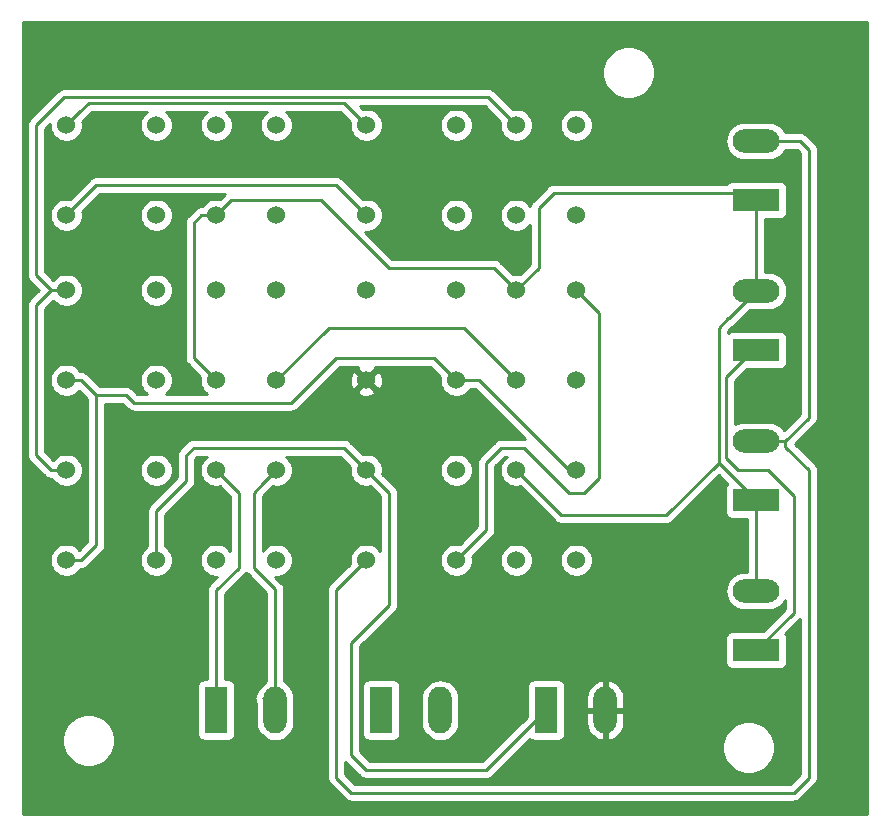
<source format=gbr>
%TF.GenerationSoftware,KiCad,Pcbnew,(5.1.7)-1*%
%TF.CreationDate,2021-07-10T18:44:26+02:00*%
%TF.ProjectId,p_ytka_podno_nik,70427974-6b61-45f7-906f-646e6f5b6e69,rev?*%
%TF.SameCoordinates,Original*%
%TF.FileFunction,Copper,L1,Top*%
%TF.FilePolarity,Positive*%
%FSLAX46Y46*%
G04 Gerber Fmt 4.6, Leading zero omitted, Abs format (unit mm)*
G04 Created by KiCad (PCBNEW (5.1.7)-1) date 2021-07-10 18:44:26*
%MOMM*%
%LPD*%
G01*
G04 APERTURE LIST*
%TA.AperFunction,ComponentPad*%
%ADD10C,1.524000*%
%TD*%
%TA.AperFunction,ComponentPad*%
%ADD11O,1.980000X3.960000*%
%TD*%
%TA.AperFunction,ComponentPad*%
%ADD12R,1.980000X3.960000*%
%TD*%
%TA.AperFunction,ComponentPad*%
%ADD13O,3.960000X1.980000*%
%TD*%
%TA.AperFunction,ComponentPad*%
%ADD14R,3.960000X1.980000*%
%TD*%
%TA.AperFunction,Conductor*%
%ADD15C,0.250000*%
%TD*%
%TA.AperFunction,Conductor*%
%ADD16C,0.254000*%
%TD*%
%TA.AperFunction,Conductor*%
%ADD17C,0.100000*%
%TD*%
G04 APERTURE END LIST*
D10*
%TO.P,K5,8*%
%TO.N,Net-(K5-Pad8)*%
X152400000Y-86360000D03*
%TO.P,K5,9*%
%TO.N,Net-(K1-Pad1)*%
X152400000Y-78740000D03*
%TO.P,K5,6*%
%TO.N,Net-(K2-Pad8)*%
X147320000Y-86360000D03*
%TO.P,K5,11*%
%TO.N,+5V*%
X147320000Y-78740000D03*
%TO.P,K5,4*%
%TO.N,Net-(K2-Pad1)*%
X142240000Y-86360000D03*
%TO.P,K5,13*%
%TO.N,Net-(K5-Pad13)*%
X142240000Y-78740000D03*
%TO.P,K5,1*%
%TO.N,GND*%
X134620000Y-86360000D03*
%TO.P,K5,16*%
%TO.N,Net-(J1-Pad1)*%
X134620000Y-78740000D03*
%TD*%
D11*
%TO.P,J3,2*%
%TO.N,Net-(J3-Pad2)*%
X140890000Y-114300000D03*
D12*
%TO.P,J3,1*%
%TO.N,Net-(J3-Pad1)*%
X135890000Y-114300000D03*
%TD*%
D13*
%TO.P,J1,2*%
%TO.N,+5V*%
X167640000Y-78820000D03*
D14*
%TO.P,J1,1*%
%TO.N,Net-(J1-Pad1)*%
X167640000Y-83820000D03*
%TD*%
D10*
%TO.P,K6,8*%
%TO.N,Net-(K6-Pad8)*%
X152400000Y-101600000D03*
%TO.P,K6,9*%
%TO.N,Net-(K2-Pad1)*%
X152400000Y-93980000D03*
%TO.P,K6,6*%
%TO.N,Net-(K1-Pad8)*%
X147320000Y-101600000D03*
%TO.P,K6,11*%
%TO.N,+5V*%
X147320000Y-93980000D03*
%TO.P,K6,4*%
%TO.N,Net-(K1-Pad1)*%
X142240000Y-101600000D03*
%TO.P,K6,13*%
%TO.N,Net-(K6-Pad13)*%
X142240000Y-93980000D03*
%TO.P,K6,1*%
%TO.N,Net-(J6-Pad2)*%
X134620000Y-101600000D03*
%TO.P,K6,16*%
%TO.N,Net-(J5-Pad1)*%
X134620000Y-93980000D03*
%TD*%
%TO.P,K4,8*%
%TO.N,Net-(K4-Pad8)*%
X127000000Y-101600000D03*
%TO.P,K4,9*%
%TO.N,Net-(J4-Pad2)*%
X127000000Y-93980000D03*
%TO.P,K4,6*%
%TO.N,Net-(K1-Pad16)*%
X121920000Y-101600000D03*
%TO.P,K4,11*%
%TO.N,Net-(J4-Pad1)*%
X121920000Y-93980000D03*
%TO.P,K4,4*%
%TO.N,Net-(J5-Pad1)*%
X116840000Y-101600000D03*
%TO.P,K4,13*%
%TO.N,Net-(K4-Pad13)*%
X116840000Y-93980000D03*
%TO.P,K4,1*%
%TO.N,Net-(K2-Pad1)*%
X109220000Y-101600000D03*
%TO.P,K4,16*%
%TO.N,Net-(K2-Pad16)*%
X109220000Y-93980000D03*
%TD*%
%TO.P,K3,8*%
%TO.N,Net-(J3-Pad1)*%
X152400000Y-72390000D03*
%TO.P,K3,9*%
%TO.N,Net-(K3-Pad9)*%
X152400000Y-64770000D03*
%TO.P,K3,6*%
%TO.N,Net-(J3-Pad2)*%
X147320000Y-72390000D03*
%TO.P,K3,11*%
%TO.N,Net-(K2-Pad16)*%
X147320000Y-64770000D03*
%TO.P,K3,4*%
%TO.N,Net-(K3-Pad4)*%
X142240000Y-72390000D03*
%TO.P,K3,13*%
%TO.N,Net-(J5-Pad1)*%
X142240000Y-64770000D03*
%TO.P,K3,1*%
%TO.N,Net-(K1-Pad1)*%
X134620000Y-72390000D03*
%TO.P,K3,16*%
%TO.N,Net-(K1-Pad16)*%
X134620000Y-64770000D03*
%TD*%
%TO.P,K2,8*%
%TO.N,Net-(K2-Pad8)*%
X127000000Y-86360000D03*
%TO.P,K2,9*%
%TO.N,Net-(K2-Pad9)*%
X127000000Y-78740000D03*
%TO.P,K2,6*%
%TO.N,+5V*%
X121920000Y-86360000D03*
%TO.P,K2,11*%
%TO.N,Net-(K2-Pad11)*%
X121920000Y-78740000D03*
%TO.P,K2,4*%
%TO.N,Net-(K2-Pad4)*%
X116840000Y-86360000D03*
%TO.P,K2,13*%
%TO.N,Net-(K2-Pad13)*%
X116840000Y-78740000D03*
%TO.P,K2,1*%
%TO.N,Net-(K2-Pad1)*%
X109220000Y-86360000D03*
%TO.P,K2,16*%
%TO.N,Net-(K2-Pad16)*%
X109220000Y-78740000D03*
%TD*%
%TO.P,K1,8*%
%TO.N,Net-(K1-Pad8)*%
X127000000Y-72390000D03*
%TO.P,K1,9*%
%TO.N,Net-(K1-Pad9)*%
X127000000Y-64770000D03*
%TO.P,K1,6*%
%TO.N,+5V*%
X121920000Y-72390000D03*
%TO.P,K1,11*%
%TO.N,Net-(K1-Pad11)*%
X121920000Y-64770000D03*
%TO.P,K1,4*%
%TO.N,Net-(K1-Pad4)*%
X116840000Y-72390000D03*
%TO.P,K1,13*%
%TO.N,Net-(K1-Pad13)*%
X116840000Y-64770000D03*
%TO.P,K1,1*%
%TO.N,Net-(K1-Pad1)*%
X109220000Y-72390000D03*
%TO.P,K1,16*%
%TO.N,Net-(K1-Pad16)*%
X109220000Y-64770000D03*
%TD*%
D13*
%TO.P,J7,2*%
%TO.N,Net-(J6-Pad2)*%
X167640000Y-91520000D03*
D14*
%TO.P,J7,1*%
%TO.N,+5V*%
X167640000Y-96520000D03*
%TD*%
%TO.P,J6,1*%
%TO.N,+5V*%
X167640000Y-71120000D03*
D13*
%TO.P,J6,2*%
%TO.N,Net-(J6-Pad2)*%
X167640000Y-66120000D03*
%TD*%
D11*
%TO.P,J5,2*%
%TO.N,GND*%
X154860000Y-114300000D03*
D12*
%TO.P,J5,1*%
%TO.N,Net-(J5-Pad1)*%
X149860000Y-114300000D03*
%TD*%
D11*
%TO.P,J4,2*%
%TO.N,Net-(J4-Pad2)*%
X126920000Y-114300000D03*
D12*
%TO.P,J4,1*%
%TO.N,Net-(J4-Pad1)*%
X121920000Y-114300000D03*
%TD*%
D13*
%TO.P,J2,2*%
%TO.N,+5V*%
X167640000Y-104220000D03*
D14*
%TO.P,J2,1*%
%TO.N,Net-(J1-Pad1)*%
X167640000Y-109220000D03*
%TD*%
D15*
%TO.N,+5V*%
X167640000Y-71120000D02*
X167640000Y-78820000D01*
X165334990Y-81125010D02*
X165254990Y-81125010D01*
X165254990Y-81125010D02*
X164465000Y-81915000D01*
X164465000Y-81915000D02*
X164465000Y-93345000D01*
X164465000Y-93345000D02*
X167640000Y-96520000D01*
X167640000Y-78820000D02*
X165334990Y-81125010D01*
X167640000Y-104220000D02*
X167640000Y-96520000D01*
X121920000Y-72390000D02*
X120650000Y-72390000D01*
X120650000Y-72390000D02*
X120015000Y-73025000D01*
X120015000Y-84455000D02*
X121920000Y-86360000D01*
X120015000Y-73025000D02*
X120015000Y-84455000D01*
X167005000Y-70485000D02*
X167640000Y-71120000D01*
X150495000Y-70485000D02*
X167005000Y-70485000D01*
X149225000Y-71755000D02*
X150495000Y-70485000D01*
X149225000Y-76835000D02*
X149225000Y-71755000D01*
X147320000Y-78740000D02*
X149225000Y-76835000D01*
X145415000Y-76835000D02*
X147320000Y-78740000D01*
X136525000Y-76835000D02*
X145415000Y-76835000D01*
X130810000Y-71120000D02*
X136525000Y-76835000D01*
X123190000Y-71120000D02*
X130810000Y-71120000D01*
X121920000Y-72390000D02*
X123190000Y-71120000D01*
X149225000Y-95885000D02*
X147320000Y-93980000D01*
X151130000Y-97790000D02*
X149225000Y-95885000D01*
X160020000Y-97790000D02*
X151130000Y-97790000D01*
X164465000Y-93345000D02*
X160020000Y-97790000D01*
%TO.N,Net-(J1-Pad1)*%
X165100000Y-92944990D02*
X165100000Y-86125010D01*
X168655002Y-93980000D02*
X166135010Y-93980000D01*
X166135010Y-93980000D02*
X165100000Y-92944990D01*
X170815000Y-96139998D02*
X168655002Y-93980000D01*
X170815000Y-106045000D02*
X170815000Y-96139998D01*
X167640000Y-109220000D02*
X170815000Y-106045000D01*
X167405010Y-83820000D02*
X165100000Y-86125010D01*
X167640000Y-83820000D02*
X167405010Y-83820000D01*
%TO.N,Net-(J4-Pad2)*%
X125912999Y-95067001D02*
X127000000Y-93980000D01*
X126920000Y-114300000D02*
X125912999Y-113292999D01*
X126920000Y-114300000D02*
X126920000Y-104060000D01*
X126920000Y-104060000D02*
X125095000Y-102235000D01*
X125095000Y-95885000D02*
X125912999Y-95067001D01*
X125095000Y-102235000D02*
X125095000Y-95885000D01*
%TO.N,Net-(J4-Pad1)*%
X123007001Y-95067001D02*
X121920000Y-93980000D01*
X123825000Y-95885000D02*
X123007001Y-95067001D01*
X123825000Y-102235000D02*
X123825000Y-95885000D01*
X121920000Y-104140000D02*
X123825000Y-102235000D01*
X121920000Y-114300000D02*
X121920000Y-104140000D01*
%TO.N,GND*%
X153035000Y-106045000D02*
X154860000Y-107870000D01*
X154860000Y-107870000D02*
X154860000Y-114300000D01*
X140335000Y-106045000D02*
X153035000Y-106045000D01*
X137795000Y-103505000D02*
X140335000Y-106045000D01*
X137795000Y-89535000D02*
X137795000Y-103505000D01*
X134620000Y-86360000D02*
X137795000Y-89535000D01*
%TO.N,Net-(J5-Pad1)*%
X120015000Y-92075000D02*
X132715000Y-92075000D01*
X132715000Y-92075000D02*
X134620000Y-93980000D01*
X119380000Y-92710000D02*
X120015000Y-92075000D01*
X119380000Y-94911238D02*
X119380000Y-92710000D01*
X116840000Y-97451238D02*
X119380000Y-94911238D01*
X116840000Y-101600000D02*
X116840000Y-97451238D01*
X136525000Y-95885000D02*
X134620000Y-93980000D01*
X136525000Y-105410000D02*
X136525000Y-95885000D01*
X133350000Y-108585000D02*
X136525000Y-105410000D01*
X133350000Y-118110000D02*
X133350000Y-108585000D01*
X134620000Y-119380000D02*
X133350000Y-118110000D01*
X144780000Y-119380000D02*
X134620000Y-119380000D01*
X149860000Y-114300000D02*
X144780000Y-119380000D01*
%TO.N,Net-(J6-Pad2)*%
X167640000Y-66120000D02*
X171370000Y-66120000D01*
X171370000Y-66120000D02*
X172085000Y-66835000D01*
X172085000Y-66835000D02*
X172085000Y-89535000D01*
X170100000Y-91520000D02*
X167640000Y-91520000D01*
X172085000Y-89535000D02*
X170100000Y-91520000D01*
X170100000Y-91995000D02*
X170100000Y-91520000D01*
X172085000Y-93980000D02*
X170100000Y-91995000D01*
X172085000Y-120015000D02*
X172085000Y-93980000D01*
X170815000Y-121285000D02*
X172085000Y-120015000D01*
X132080000Y-120015000D02*
X133350000Y-121285000D01*
X133350000Y-121285000D02*
X170815000Y-121285000D01*
X132080000Y-104140000D02*
X132080000Y-120015000D01*
X134620000Y-101600000D02*
X132080000Y-104140000D01*
%TO.N,Net-(K1-Pad1)*%
X109220000Y-72390000D02*
X111760000Y-69850000D01*
X132080000Y-69850000D02*
X134620000Y-72390000D01*
X111760000Y-69850000D02*
X132080000Y-69850000D01*
X151765000Y-95885000D02*
X153035000Y-95885000D01*
X147955000Y-92075000D02*
X151765000Y-95885000D01*
X146050000Y-92075000D02*
X147955000Y-92075000D01*
X154305000Y-80645000D02*
X152400000Y-78740000D01*
X144780000Y-93345000D02*
X146050000Y-92075000D01*
X154305000Y-94615000D02*
X154305000Y-80645000D01*
X144780000Y-99060000D02*
X144780000Y-93345000D01*
X153035000Y-95885000D02*
X154305000Y-94615000D01*
X142240000Y-101600000D02*
X144780000Y-99060000D01*
%TO.N,Net-(K1-Pad16)*%
X111125000Y-62865000D02*
X110307001Y-63682999D01*
X110307001Y-63682999D02*
X109220000Y-64770000D01*
X132715000Y-62865000D02*
X111125000Y-62865000D01*
X134620000Y-64770000D02*
X132715000Y-62865000D01*
%TO.N,Net-(K2-Pad8)*%
X142875000Y-81915000D02*
X147320000Y-86360000D01*
X131445000Y-81915000D02*
X142875000Y-81915000D01*
X127000000Y-86360000D02*
X131445000Y-81915000D01*
%TO.N,Net-(K2-Pad1)*%
X110490000Y-86360000D02*
X109220000Y-86360000D01*
X111760000Y-100330000D02*
X111760000Y-87630000D01*
X110490000Y-101600000D02*
X111760000Y-100330000D01*
X111760000Y-87630000D02*
X110490000Y-86360000D01*
X109220000Y-101600000D02*
X110490000Y-101600000D01*
X142240000Y-86360000D02*
X144145000Y-86360000D01*
X151765000Y-93980000D02*
X152400000Y-93980000D01*
X144145000Y-86360000D02*
X151765000Y-93980000D01*
X111760000Y-87630000D02*
X114300000Y-87630000D01*
X114300000Y-87630000D02*
X114935000Y-88265000D01*
X114935000Y-88265000D02*
X128270000Y-88265000D01*
X128270000Y-88265000D02*
X132080000Y-84455000D01*
X140335000Y-84455000D02*
X142240000Y-86360000D01*
X132080000Y-84455000D02*
X140335000Y-84455000D01*
%TO.N,Net-(K2-Pad16)*%
X109220000Y-93980000D02*
X107950000Y-93980000D01*
X107950000Y-93980000D02*
X106680000Y-92710000D01*
X106680000Y-92710000D02*
X106680000Y-91440000D01*
X106680000Y-92075000D02*
X106680000Y-91440000D01*
X107950000Y-78740000D02*
X109220000Y-78740000D01*
X106680000Y-80010000D02*
X107950000Y-78740000D01*
X106680000Y-91440000D02*
X106680000Y-80010000D01*
X106680000Y-77470000D02*
X107950000Y-78740000D01*
X106680000Y-64770000D02*
X106680000Y-77470000D01*
X109035009Y-62414991D02*
X106680000Y-64770000D01*
X144964991Y-62414991D02*
X109035009Y-62414991D01*
X147320000Y-64770000D02*
X144964991Y-62414991D01*
%TD*%
D16*
%TO.N,GND*%
X177038000Y-123063000D02*
X105537000Y-123063000D01*
X105537000Y-116619872D01*
X108890000Y-116619872D01*
X108890000Y-117060128D01*
X108975890Y-117491925D01*
X109144369Y-117898669D01*
X109388962Y-118264729D01*
X109700271Y-118576038D01*
X110066331Y-118820631D01*
X110473075Y-118989110D01*
X110904872Y-119075000D01*
X111345128Y-119075000D01*
X111776925Y-118989110D01*
X112183669Y-118820631D01*
X112549729Y-118576038D01*
X112861038Y-118264729D01*
X113105631Y-117898669D01*
X113274110Y-117491925D01*
X113360000Y-117060128D01*
X113360000Y-116619872D01*
X113274110Y-116188075D01*
X113105631Y-115781331D01*
X112861038Y-115415271D01*
X112549729Y-115103962D01*
X112183669Y-114859369D01*
X111776925Y-114690890D01*
X111345128Y-114605000D01*
X110904872Y-114605000D01*
X110473075Y-114690890D01*
X110066331Y-114859369D01*
X109700271Y-115103962D01*
X109388962Y-115415271D01*
X109144369Y-115781331D01*
X108975890Y-116188075D01*
X108890000Y-116619872D01*
X105537000Y-116619872D01*
X105537000Y-64770000D01*
X105916324Y-64770000D01*
X105920000Y-64807322D01*
X105920001Y-77432668D01*
X105916324Y-77470000D01*
X105920001Y-77507333D01*
X105927553Y-77584003D01*
X105930998Y-77618985D01*
X105974454Y-77762246D01*
X106045026Y-77894276D01*
X106112362Y-77976324D01*
X106140000Y-78010001D01*
X106168998Y-78033799D01*
X106875198Y-78740000D01*
X106168998Y-79446201D01*
X106140000Y-79469999D01*
X106116202Y-79498997D01*
X106116201Y-79498998D01*
X106045026Y-79585724D01*
X105974454Y-79717754D01*
X105971598Y-79727170D01*
X105930998Y-79861014D01*
X105923272Y-79939454D01*
X105916324Y-80010000D01*
X105920001Y-80047332D01*
X105920000Y-91402667D01*
X105920000Y-92672677D01*
X105916324Y-92710000D01*
X105920000Y-92747322D01*
X105920000Y-92747332D01*
X105930997Y-92858985D01*
X105957086Y-92944990D01*
X105974454Y-93002246D01*
X106045026Y-93134276D01*
X106084871Y-93182826D01*
X106139999Y-93250001D01*
X106169003Y-93273804D01*
X107386200Y-94491002D01*
X107409999Y-94520001D01*
X107525724Y-94614974D01*
X107657753Y-94685546D01*
X107801014Y-94729003D01*
X107912667Y-94740000D01*
X107912676Y-94740000D01*
X107949999Y-94743676D01*
X107987322Y-94740000D01*
X108047659Y-94740000D01*
X108134880Y-94870535D01*
X108329465Y-95065120D01*
X108558273Y-95218005D01*
X108812510Y-95323314D01*
X109082408Y-95377000D01*
X109357592Y-95377000D01*
X109627490Y-95323314D01*
X109881727Y-95218005D01*
X110110535Y-95065120D01*
X110305120Y-94870535D01*
X110458005Y-94641727D01*
X110563314Y-94387490D01*
X110617000Y-94117592D01*
X110617000Y-93842408D01*
X110563314Y-93572510D01*
X110458005Y-93318273D01*
X110305120Y-93089465D01*
X110110535Y-92894880D01*
X109881727Y-92741995D01*
X109627490Y-92636686D01*
X109357592Y-92583000D01*
X109082408Y-92583000D01*
X108812510Y-92636686D01*
X108558273Y-92741995D01*
X108329465Y-92894880D01*
X108134880Y-93089465D01*
X108134634Y-93089833D01*
X107440000Y-92395199D01*
X107440000Y-80324801D01*
X108134634Y-79630167D01*
X108134880Y-79630535D01*
X108329465Y-79825120D01*
X108558273Y-79978005D01*
X108812510Y-80083314D01*
X109082408Y-80137000D01*
X109357592Y-80137000D01*
X109627490Y-80083314D01*
X109881727Y-79978005D01*
X110110535Y-79825120D01*
X110305120Y-79630535D01*
X110458005Y-79401727D01*
X110563314Y-79147490D01*
X110617000Y-78877592D01*
X110617000Y-78602408D01*
X115443000Y-78602408D01*
X115443000Y-78877592D01*
X115496686Y-79147490D01*
X115601995Y-79401727D01*
X115754880Y-79630535D01*
X115949465Y-79825120D01*
X116178273Y-79978005D01*
X116432510Y-80083314D01*
X116702408Y-80137000D01*
X116977592Y-80137000D01*
X117247490Y-80083314D01*
X117501727Y-79978005D01*
X117730535Y-79825120D01*
X117925120Y-79630535D01*
X118078005Y-79401727D01*
X118183314Y-79147490D01*
X118237000Y-78877592D01*
X118237000Y-78602408D01*
X118183314Y-78332510D01*
X118078005Y-78078273D01*
X117925120Y-77849465D01*
X117730535Y-77654880D01*
X117501727Y-77501995D01*
X117247490Y-77396686D01*
X116977592Y-77343000D01*
X116702408Y-77343000D01*
X116432510Y-77396686D01*
X116178273Y-77501995D01*
X115949465Y-77654880D01*
X115754880Y-77849465D01*
X115601995Y-78078273D01*
X115496686Y-78332510D01*
X115443000Y-78602408D01*
X110617000Y-78602408D01*
X110563314Y-78332510D01*
X110458005Y-78078273D01*
X110305120Y-77849465D01*
X110110535Y-77654880D01*
X109881727Y-77501995D01*
X109627490Y-77396686D01*
X109357592Y-77343000D01*
X109082408Y-77343000D01*
X108812510Y-77396686D01*
X108558273Y-77501995D01*
X108329465Y-77654880D01*
X108134880Y-77849465D01*
X108134634Y-77849833D01*
X107440000Y-77155199D01*
X107440000Y-72252408D01*
X107823000Y-72252408D01*
X107823000Y-72527592D01*
X107876686Y-72797490D01*
X107981995Y-73051727D01*
X108134880Y-73280535D01*
X108329465Y-73475120D01*
X108558273Y-73628005D01*
X108812510Y-73733314D01*
X109082408Y-73787000D01*
X109357592Y-73787000D01*
X109627490Y-73733314D01*
X109881727Y-73628005D01*
X110110535Y-73475120D01*
X110305120Y-73280535D01*
X110458005Y-73051727D01*
X110563314Y-72797490D01*
X110617000Y-72527592D01*
X110617000Y-72252408D01*
X115443000Y-72252408D01*
X115443000Y-72527592D01*
X115496686Y-72797490D01*
X115601995Y-73051727D01*
X115754880Y-73280535D01*
X115949465Y-73475120D01*
X116178273Y-73628005D01*
X116432510Y-73733314D01*
X116702408Y-73787000D01*
X116977592Y-73787000D01*
X117247490Y-73733314D01*
X117501727Y-73628005D01*
X117730535Y-73475120D01*
X117925120Y-73280535D01*
X118078005Y-73051727D01*
X118183314Y-72797490D01*
X118237000Y-72527592D01*
X118237000Y-72252408D01*
X118183314Y-71982510D01*
X118078005Y-71728273D01*
X117925120Y-71499465D01*
X117730535Y-71304880D01*
X117501727Y-71151995D01*
X117247490Y-71046686D01*
X116977592Y-70993000D01*
X116702408Y-70993000D01*
X116432510Y-71046686D01*
X116178273Y-71151995D01*
X115949465Y-71304880D01*
X115754880Y-71499465D01*
X115601995Y-71728273D01*
X115496686Y-71982510D01*
X115443000Y-72252408D01*
X110617000Y-72252408D01*
X110586372Y-72098430D01*
X112074803Y-70610000D01*
X122625198Y-70610000D01*
X122211570Y-71023628D01*
X122057592Y-70993000D01*
X121782408Y-70993000D01*
X121512510Y-71046686D01*
X121258273Y-71151995D01*
X121029465Y-71304880D01*
X120834880Y-71499465D01*
X120747659Y-71630000D01*
X120687333Y-71630000D01*
X120650000Y-71626323D01*
X120612667Y-71630000D01*
X120501014Y-71640997D01*
X120357753Y-71684454D01*
X120225724Y-71755026D01*
X120109999Y-71849999D01*
X120086202Y-71878996D01*
X119504002Y-72461197D01*
X119474999Y-72484999D01*
X119419871Y-72552174D01*
X119380026Y-72600724D01*
X119336451Y-72682246D01*
X119309454Y-72732754D01*
X119265997Y-72876015D01*
X119255000Y-72987668D01*
X119255000Y-72987678D01*
X119251324Y-73025000D01*
X119255000Y-73062322D01*
X119255001Y-84417668D01*
X119251324Y-84455000D01*
X119255001Y-84492333D01*
X119262553Y-84569003D01*
X119265998Y-84603985D01*
X119309454Y-84747246D01*
X119380026Y-84879276D01*
X119425333Y-84934482D01*
X119475000Y-84995001D01*
X119503998Y-85018799D01*
X120553628Y-86068430D01*
X120523000Y-86222408D01*
X120523000Y-86497592D01*
X120576686Y-86767490D01*
X120681995Y-87021727D01*
X120834880Y-87250535D01*
X121029465Y-87445120D01*
X121119082Y-87505000D01*
X117640918Y-87505000D01*
X117730535Y-87445120D01*
X117925120Y-87250535D01*
X118078005Y-87021727D01*
X118183314Y-86767490D01*
X118237000Y-86497592D01*
X118237000Y-86222408D01*
X118183314Y-85952510D01*
X118078005Y-85698273D01*
X117925120Y-85469465D01*
X117730535Y-85274880D01*
X117501727Y-85121995D01*
X117247490Y-85016686D01*
X116977592Y-84963000D01*
X116702408Y-84963000D01*
X116432510Y-85016686D01*
X116178273Y-85121995D01*
X115949465Y-85274880D01*
X115754880Y-85469465D01*
X115601995Y-85698273D01*
X115496686Y-85952510D01*
X115443000Y-86222408D01*
X115443000Y-86497592D01*
X115496686Y-86767490D01*
X115601995Y-87021727D01*
X115754880Y-87250535D01*
X115949465Y-87445120D01*
X116039082Y-87505000D01*
X115249802Y-87505000D01*
X114863803Y-87119002D01*
X114840001Y-87089999D01*
X114724276Y-86995026D01*
X114592247Y-86924454D01*
X114448986Y-86880997D01*
X114337333Y-86870000D01*
X114337322Y-86870000D01*
X114300000Y-86866324D01*
X114262678Y-86870000D01*
X112074802Y-86870000D01*
X111053804Y-85849003D01*
X111030001Y-85819999D01*
X110914276Y-85725026D01*
X110782247Y-85654454D01*
X110638986Y-85610997D01*
X110527333Y-85600000D01*
X110527322Y-85600000D01*
X110490000Y-85596324D01*
X110452678Y-85600000D01*
X110392341Y-85600000D01*
X110305120Y-85469465D01*
X110110535Y-85274880D01*
X109881727Y-85121995D01*
X109627490Y-85016686D01*
X109357592Y-84963000D01*
X109082408Y-84963000D01*
X108812510Y-85016686D01*
X108558273Y-85121995D01*
X108329465Y-85274880D01*
X108134880Y-85469465D01*
X107981995Y-85698273D01*
X107876686Y-85952510D01*
X107823000Y-86222408D01*
X107823000Y-86497592D01*
X107876686Y-86767490D01*
X107981995Y-87021727D01*
X108134880Y-87250535D01*
X108329465Y-87445120D01*
X108558273Y-87598005D01*
X108812510Y-87703314D01*
X109082408Y-87757000D01*
X109357592Y-87757000D01*
X109627490Y-87703314D01*
X109881727Y-87598005D01*
X110110535Y-87445120D01*
X110305120Y-87250535D01*
X110305366Y-87250167D01*
X111000001Y-87944803D01*
X111000000Y-100015198D01*
X110305366Y-100709833D01*
X110305120Y-100709465D01*
X110110535Y-100514880D01*
X109881727Y-100361995D01*
X109627490Y-100256686D01*
X109357592Y-100203000D01*
X109082408Y-100203000D01*
X108812510Y-100256686D01*
X108558273Y-100361995D01*
X108329465Y-100514880D01*
X108134880Y-100709465D01*
X107981995Y-100938273D01*
X107876686Y-101192510D01*
X107823000Y-101462408D01*
X107823000Y-101737592D01*
X107876686Y-102007490D01*
X107981995Y-102261727D01*
X108134880Y-102490535D01*
X108329465Y-102685120D01*
X108558273Y-102838005D01*
X108812510Y-102943314D01*
X109082408Y-102997000D01*
X109357592Y-102997000D01*
X109627490Y-102943314D01*
X109881727Y-102838005D01*
X110110535Y-102685120D01*
X110305120Y-102490535D01*
X110392341Y-102360000D01*
X110452678Y-102360000D01*
X110490000Y-102363676D01*
X110527322Y-102360000D01*
X110527333Y-102360000D01*
X110638986Y-102349003D01*
X110782247Y-102305546D01*
X110914276Y-102234974D01*
X111030001Y-102140001D01*
X111053804Y-102110997D01*
X112271004Y-100893798D01*
X112300001Y-100870001D01*
X112394974Y-100754276D01*
X112465546Y-100622247D01*
X112509003Y-100478986D01*
X112520000Y-100367333D01*
X112520000Y-100367324D01*
X112523676Y-100330001D01*
X112520000Y-100292678D01*
X112520000Y-93842408D01*
X115443000Y-93842408D01*
X115443000Y-94117592D01*
X115496686Y-94387490D01*
X115601995Y-94641727D01*
X115754880Y-94870535D01*
X115949465Y-95065120D01*
X116178273Y-95218005D01*
X116432510Y-95323314D01*
X116702408Y-95377000D01*
X116977592Y-95377000D01*
X117247490Y-95323314D01*
X117501727Y-95218005D01*
X117730535Y-95065120D01*
X117925120Y-94870535D01*
X118078005Y-94641727D01*
X118183314Y-94387490D01*
X118237000Y-94117592D01*
X118237000Y-93842408D01*
X118183314Y-93572510D01*
X118078005Y-93318273D01*
X117925120Y-93089465D01*
X117730535Y-92894880D01*
X117501727Y-92741995D01*
X117247490Y-92636686D01*
X116977592Y-92583000D01*
X116702408Y-92583000D01*
X116432510Y-92636686D01*
X116178273Y-92741995D01*
X115949465Y-92894880D01*
X115754880Y-93089465D01*
X115601995Y-93318273D01*
X115496686Y-93572510D01*
X115443000Y-93842408D01*
X112520000Y-93842408D01*
X112520000Y-88390000D01*
X113985199Y-88390000D01*
X114371200Y-88776002D01*
X114394999Y-88805001D01*
X114423997Y-88828799D01*
X114510724Y-88899974D01*
X114642753Y-88970546D01*
X114786014Y-89014003D01*
X114935000Y-89028677D01*
X114972333Y-89025000D01*
X128232678Y-89025000D01*
X128270000Y-89028676D01*
X128307322Y-89025000D01*
X128307333Y-89025000D01*
X128418986Y-89014003D01*
X128562247Y-88970546D01*
X128694276Y-88899974D01*
X128810001Y-88805001D01*
X128833804Y-88775997D01*
X130284236Y-87325565D01*
X133834040Y-87325565D01*
X133901020Y-87565656D01*
X134150048Y-87682756D01*
X134417135Y-87749023D01*
X134692017Y-87761910D01*
X134964133Y-87720922D01*
X135223023Y-87627636D01*
X135338980Y-87565656D01*
X135405960Y-87325565D01*
X134620000Y-86539605D01*
X133834040Y-87325565D01*
X130284236Y-87325565D01*
X131177784Y-86432017D01*
X133218090Y-86432017D01*
X133259078Y-86704133D01*
X133352364Y-86963023D01*
X133414344Y-87078980D01*
X133654435Y-87145960D01*
X134440395Y-86360000D01*
X134799605Y-86360000D01*
X135585565Y-87145960D01*
X135825656Y-87078980D01*
X135942756Y-86829952D01*
X136009023Y-86562865D01*
X136021910Y-86287983D01*
X135980922Y-86015867D01*
X135887636Y-85756977D01*
X135825656Y-85641020D01*
X135585565Y-85574040D01*
X134799605Y-86360000D01*
X134440395Y-86360000D01*
X133654435Y-85574040D01*
X133414344Y-85641020D01*
X133297244Y-85890048D01*
X133230977Y-86157135D01*
X133218090Y-86432017D01*
X131177784Y-86432017D01*
X132394802Y-85215000D01*
X133884098Y-85215000D01*
X133834040Y-85394435D01*
X134620000Y-86180395D01*
X135405960Y-85394435D01*
X135355902Y-85215000D01*
X140020199Y-85215000D01*
X140873628Y-86068430D01*
X140843000Y-86222408D01*
X140843000Y-86497592D01*
X140896686Y-86767490D01*
X141001995Y-87021727D01*
X141154880Y-87250535D01*
X141349465Y-87445120D01*
X141578273Y-87598005D01*
X141832510Y-87703314D01*
X142102408Y-87757000D01*
X142377592Y-87757000D01*
X142647490Y-87703314D01*
X142901727Y-87598005D01*
X143130535Y-87445120D01*
X143325120Y-87250535D01*
X143412341Y-87120000D01*
X143830199Y-87120000D01*
X148028789Y-91318591D01*
X147992333Y-91315000D01*
X147992322Y-91315000D01*
X147955000Y-91311324D01*
X147917678Y-91315000D01*
X146087322Y-91315000D01*
X146049999Y-91311324D01*
X146012676Y-91315000D01*
X146012667Y-91315000D01*
X145901014Y-91325997D01*
X145757753Y-91369454D01*
X145625724Y-91440026D01*
X145509999Y-91534999D01*
X145486201Y-91563997D01*
X144268998Y-92781201D01*
X144240000Y-92804999D01*
X144216202Y-92833997D01*
X144216201Y-92833998D01*
X144145026Y-92920724D01*
X144074454Y-93052754D01*
X144061950Y-93093976D01*
X144030998Y-93196014D01*
X144027552Y-93230998D01*
X144016324Y-93345000D01*
X144020001Y-93382332D01*
X144020000Y-98745197D01*
X142531570Y-100233628D01*
X142377592Y-100203000D01*
X142102408Y-100203000D01*
X141832510Y-100256686D01*
X141578273Y-100361995D01*
X141349465Y-100514880D01*
X141154880Y-100709465D01*
X141001995Y-100938273D01*
X140896686Y-101192510D01*
X140843000Y-101462408D01*
X140843000Y-101737592D01*
X140896686Y-102007490D01*
X141001995Y-102261727D01*
X141154880Y-102490535D01*
X141349465Y-102685120D01*
X141578273Y-102838005D01*
X141832510Y-102943314D01*
X142102408Y-102997000D01*
X142377592Y-102997000D01*
X142647490Y-102943314D01*
X142901727Y-102838005D01*
X143130535Y-102685120D01*
X143325120Y-102490535D01*
X143478005Y-102261727D01*
X143583314Y-102007490D01*
X143637000Y-101737592D01*
X143637000Y-101462408D01*
X145923000Y-101462408D01*
X145923000Y-101737592D01*
X145976686Y-102007490D01*
X146081995Y-102261727D01*
X146234880Y-102490535D01*
X146429465Y-102685120D01*
X146658273Y-102838005D01*
X146912510Y-102943314D01*
X147182408Y-102997000D01*
X147457592Y-102997000D01*
X147727490Y-102943314D01*
X147981727Y-102838005D01*
X148210535Y-102685120D01*
X148405120Y-102490535D01*
X148558005Y-102261727D01*
X148663314Y-102007490D01*
X148717000Y-101737592D01*
X148717000Y-101462408D01*
X151003000Y-101462408D01*
X151003000Y-101737592D01*
X151056686Y-102007490D01*
X151161995Y-102261727D01*
X151314880Y-102490535D01*
X151509465Y-102685120D01*
X151738273Y-102838005D01*
X151992510Y-102943314D01*
X152262408Y-102997000D01*
X152537592Y-102997000D01*
X152807490Y-102943314D01*
X153061727Y-102838005D01*
X153290535Y-102685120D01*
X153485120Y-102490535D01*
X153638005Y-102261727D01*
X153743314Y-102007490D01*
X153797000Y-101737592D01*
X153797000Y-101462408D01*
X153743314Y-101192510D01*
X153638005Y-100938273D01*
X153485120Y-100709465D01*
X153290535Y-100514880D01*
X153061727Y-100361995D01*
X152807490Y-100256686D01*
X152537592Y-100203000D01*
X152262408Y-100203000D01*
X151992510Y-100256686D01*
X151738273Y-100361995D01*
X151509465Y-100514880D01*
X151314880Y-100709465D01*
X151161995Y-100938273D01*
X151056686Y-101192510D01*
X151003000Y-101462408D01*
X148717000Y-101462408D01*
X148663314Y-101192510D01*
X148558005Y-100938273D01*
X148405120Y-100709465D01*
X148210535Y-100514880D01*
X147981727Y-100361995D01*
X147727490Y-100256686D01*
X147457592Y-100203000D01*
X147182408Y-100203000D01*
X146912510Y-100256686D01*
X146658273Y-100361995D01*
X146429465Y-100514880D01*
X146234880Y-100709465D01*
X146081995Y-100938273D01*
X145976686Y-101192510D01*
X145923000Y-101462408D01*
X143637000Y-101462408D01*
X143606372Y-101308430D01*
X145291009Y-99623794D01*
X145320001Y-99600001D01*
X145343795Y-99571008D01*
X145343799Y-99571004D01*
X145414973Y-99484277D01*
X145414974Y-99484276D01*
X145485546Y-99352247D01*
X145529003Y-99208986D01*
X145540000Y-99097333D01*
X145540000Y-99097324D01*
X145543676Y-99060001D01*
X145540000Y-99022678D01*
X145540000Y-93659801D01*
X146364802Y-92835000D01*
X146519082Y-92835000D01*
X146429465Y-92894880D01*
X146234880Y-93089465D01*
X146081995Y-93318273D01*
X145976686Y-93572510D01*
X145923000Y-93842408D01*
X145923000Y-94117592D01*
X145976686Y-94387490D01*
X146081995Y-94641727D01*
X146234880Y-94870535D01*
X146429465Y-95065120D01*
X146658273Y-95218005D01*
X146912510Y-95323314D01*
X147182408Y-95377000D01*
X147457592Y-95377000D01*
X147611570Y-95346372D01*
X148713997Y-96448799D01*
X148714002Y-96448803D01*
X150566201Y-98301003D01*
X150589999Y-98330001D01*
X150705724Y-98424974D01*
X150837753Y-98495546D01*
X150981014Y-98539003D01*
X151092667Y-98550000D01*
X151092677Y-98550000D01*
X151130000Y-98553676D01*
X151167323Y-98550000D01*
X159982678Y-98550000D01*
X160020000Y-98553676D01*
X160057322Y-98550000D01*
X160057333Y-98550000D01*
X160168986Y-98539003D01*
X160312247Y-98495546D01*
X160444276Y-98424974D01*
X160560001Y-98330001D01*
X160583804Y-98300997D01*
X164465000Y-94419802D01*
X165170590Y-95125392D01*
X165129463Y-95175506D01*
X165070498Y-95285820D01*
X165034188Y-95405518D01*
X165021928Y-95530000D01*
X165021928Y-97510000D01*
X165034188Y-97634482D01*
X165070498Y-97754180D01*
X165129463Y-97864494D01*
X165208815Y-97961185D01*
X165305506Y-98040537D01*
X165415820Y-98099502D01*
X165535518Y-98135812D01*
X165660000Y-98148072D01*
X166880001Y-98148072D01*
X166880000Y-102595000D01*
X166570176Y-102595000D01*
X166331444Y-102618513D01*
X166025131Y-102711432D01*
X165742830Y-102862325D01*
X165495392Y-103065392D01*
X165292325Y-103312830D01*
X165141432Y-103595131D01*
X165048513Y-103901444D01*
X165017138Y-104220000D01*
X165048513Y-104538556D01*
X165141432Y-104844869D01*
X165292325Y-105127170D01*
X165495392Y-105374608D01*
X165742830Y-105577675D01*
X166025131Y-105728568D01*
X166331444Y-105821487D01*
X166570176Y-105845000D01*
X168709824Y-105845000D01*
X168948556Y-105821487D01*
X169254869Y-105728568D01*
X169537170Y-105577675D01*
X169784608Y-105374608D01*
X169987675Y-105127170D01*
X170055000Y-105001214D01*
X170055000Y-105730198D01*
X168193271Y-107591928D01*
X165660000Y-107591928D01*
X165535518Y-107604188D01*
X165415820Y-107640498D01*
X165305506Y-107699463D01*
X165208815Y-107778815D01*
X165129463Y-107875506D01*
X165070498Y-107985820D01*
X165034188Y-108105518D01*
X165021928Y-108230000D01*
X165021928Y-110210000D01*
X165034188Y-110334482D01*
X165070498Y-110454180D01*
X165129463Y-110564494D01*
X165208815Y-110661185D01*
X165305506Y-110740537D01*
X165415820Y-110799502D01*
X165535518Y-110835812D01*
X165660000Y-110848072D01*
X169620000Y-110848072D01*
X169744482Y-110835812D01*
X169864180Y-110799502D01*
X169974494Y-110740537D01*
X170071185Y-110661185D01*
X170150537Y-110564494D01*
X170209502Y-110454180D01*
X170245812Y-110334482D01*
X170258072Y-110210000D01*
X170258072Y-108230000D01*
X170245812Y-108105518D01*
X170209502Y-107985820D01*
X170150537Y-107875506D01*
X170109410Y-107825392D01*
X171325001Y-106609801D01*
X171325000Y-119700198D01*
X170500199Y-120525000D01*
X133664802Y-120525000D01*
X132840000Y-119700199D01*
X132840000Y-118674801D01*
X134056201Y-119891003D01*
X134079999Y-119920001D01*
X134195724Y-120014974D01*
X134327753Y-120085546D01*
X134471014Y-120129003D01*
X134582667Y-120140000D01*
X134582676Y-120140000D01*
X134619999Y-120143676D01*
X134657322Y-120140000D01*
X144742678Y-120140000D01*
X144780000Y-120143676D01*
X144817322Y-120140000D01*
X144817333Y-120140000D01*
X144928986Y-120129003D01*
X145072247Y-120085546D01*
X145204276Y-120014974D01*
X145320001Y-119920001D01*
X145343804Y-119890997D01*
X147979929Y-117254872D01*
X164770000Y-117254872D01*
X164770000Y-117695128D01*
X164855890Y-118126925D01*
X165024369Y-118533669D01*
X165268962Y-118899729D01*
X165580271Y-119211038D01*
X165946331Y-119455631D01*
X166353075Y-119624110D01*
X166784872Y-119710000D01*
X167225128Y-119710000D01*
X167656925Y-119624110D01*
X168063669Y-119455631D01*
X168429729Y-119211038D01*
X168741038Y-118899729D01*
X168985631Y-118533669D01*
X169154110Y-118126925D01*
X169240000Y-117695128D01*
X169240000Y-117254872D01*
X169154110Y-116823075D01*
X168985631Y-116416331D01*
X168741038Y-116050271D01*
X168429729Y-115738962D01*
X168063669Y-115494369D01*
X167656925Y-115325890D01*
X167225128Y-115240000D01*
X166784872Y-115240000D01*
X166353075Y-115325890D01*
X165946331Y-115494369D01*
X165580271Y-115738962D01*
X165268962Y-116050271D01*
X165024369Y-116416331D01*
X164855890Y-116823075D01*
X164770000Y-117254872D01*
X147979929Y-117254872D01*
X148465392Y-116769410D01*
X148515506Y-116810537D01*
X148625820Y-116869502D01*
X148745518Y-116905812D01*
X148870000Y-116918072D01*
X150850000Y-116918072D01*
X150974482Y-116905812D01*
X151094180Y-116869502D01*
X151204494Y-116810537D01*
X151301185Y-116731185D01*
X151380537Y-116634494D01*
X151439502Y-116524180D01*
X151475812Y-116404482D01*
X151488072Y-116280000D01*
X151488072Y-114427000D01*
X153235000Y-114427000D01*
X153235000Y-115417000D01*
X153291000Y-115731582D01*
X153407296Y-116029194D01*
X153579419Y-116298399D01*
X153800754Y-116528852D01*
X154062795Y-116711696D01*
X154355472Y-116839905D01*
X154481135Y-116870218D01*
X154733000Y-116750740D01*
X154733000Y-114427000D01*
X154987000Y-114427000D01*
X154987000Y-116750740D01*
X155238865Y-116870218D01*
X155364528Y-116839905D01*
X155657205Y-116711696D01*
X155919246Y-116528852D01*
X156140581Y-116298399D01*
X156312704Y-116029194D01*
X156429000Y-115731582D01*
X156485000Y-115417000D01*
X156485000Y-114427000D01*
X154987000Y-114427000D01*
X154733000Y-114427000D01*
X153235000Y-114427000D01*
X151488072Y-114427000D01*
X151488072Y-113183000D01*
X153235000Y-113183000D01*
X153235000Y-114173000D01*
X154733000Y-114173000D01*
X154733000Y-111849260D01*
X154987000Y-111849260D01*
X154987000Y-114173000D01*
X156485000Y-114173000D01*
X156485000Y-113183000D01*
X156429000Y-112868418D01*
X156312704Y-112570806D01*
X156140581Y-112301601D01*
X155919246Y-112071148D01*
X155657205Y-111888304D01*
X155364528Y-111760095D01*
X155238865Y-111729782D01*
X154987000Y-111849260D01*
X154733000Y-111849260D01*
X154481135Y-111729782D01*
X154355472Y-111760095D01*
X154062795Y-111888304D01*
X153800754Y-112071148D01*
X153579419Y-112301601D01*
X153407296Y-112570806D01*
X153291000Y-112868418D01*
X153235000Y-113183000D01*
X151488072Y-113183000D01*
X151488072Y-112320000D01*
X151475812Y-112195518D01*
X151439502Y-112075820D01*
X151380537Y-111965506D01*
X151301185Y-111868815D01*
X151204494Y-111789463D01*
X151094180Y-111730498D01*
X150974482Y-111694188D01*
X150850000Y-111681928D01*
X148870000Y-111681928D01*
X148745518Y-111694188D01*
X148625820Y-111730498D01*
X148515506Y-111789463D01*
X148418815Y-111868815D01*
X148339463Y-111965506D01*
X148280498Y-112075820D01*
X148244188Y-112195518D01*
X148231928Y-112320000D01*
X148231928Y-114853270D01*
X144465199Y-118620000D01*
X134934802Y-118620000D01*
X134110000Y-117795199D01*
X134110000Y-112320000D01*
X134261928Y-112320000D01*
X134261928Y-116280000D01*
X134274188Y-116404482D01*
X134310498Y-116524180D01*
X134369463Y-116634494D01*
X134448815Y-116731185D01*
X134545506Y-116810537D01*
X134655820Y-116869502D01*
X134775518Y-116905812D01*
X134900000Y-116918072D01*
X136880000Y-116918072D01*
X137004482Y-116905812D01*
X137124180Y-116869502D01*
X137234494Y-116810537D01*
X137331185Y-116731185D01*
X137410537Y-116634494D01*
X137469502Y-116524180D01*
X137505812Y-116404482D01*
X137518072Y-116280000D01*
X137518072Y-113230177D01*
X139265000Y-113230177D01*
X139265001Y-115369824D01*
X139288514Y-115608556D01*
X139381433Y-115914869D01*
X139532326Y-116197170D01*
X139735393Y-116444608D01*
X139982831Y-116647675D01*
X140265132Y-116798568D01*
X140571445Y-116891487D01*
X140890000Y-116922862D01*
X141208556Y-116891487D01*
X141514869Y-116798568D01*
X141797170Y-116647675D01*
X142044608Y-116444608D01*
X142247675Y-116197170D01*
X142398568Y-115914869D01*
X142491487Y-115608556D01*
X142515000Y-115369824D01*
X142515000Y-113230176D01*
X142491487Y-112991444D01*
X142398568Y-112685131D01*
X142247675Y-112402830D01*
X142044608Y-112155392D01*
X141797169Y-111952325D01*
X141514868Y-111801432D01*
X141208555Y-111708513D01*
X140890000Y-111677138D01*
X140571444Y-111708513D01*
X140265131Y-111801432D01*
X139982830Y-111952325D01*
X139735392Y-112155392D01*
X139532325Y-112402831D01*
X139381432Y-112685132D01*
X139288513Y-112991445D01*
X139265000Y-113230177D01*
X137518072Y-113230177D01*
X137518072Y-112320000D01*
X137505812Y-112195518D01*
X137469502Y-112075820D01*
X137410537Y-111965506D01*
X137331185Y-111868815D01*
X137234494Y-111789463D01*
X137124180Y-111730498D01*
X137004482Y-111694188D01*
X136880000Y-111681928D01*
X134900000Y-111681928D01*
X134775518Y-111694188D01*
X134655820Y-111730498D01*
X134545506Y-111789463D01*
X134448815Y-111868815D01*
X134369463Y-111965506D01*
X134310498Y-112075820D01*
X134274188Y-112195518D01*
X134261928Y-112320000D01*
X134110000Y-112320000D01*
X134110000Y-108899801D01*
X137036004Y-105973798D01*
X137065001Y-105950001D01*
X137109306Y-105896015D01*
X137159974Y-105834277D01*
X137230546Y-105702247D01*
X137255275Y-105620724D01*
X137274003Y-105558986D01*
X137285000Y-105447333D01*
X137285000Y-105447324D01*
X137288676Y-105410001D01*
X137285000Y-105372678D01*
X137285000Y-95922323D01*
X137288676Y-95885000D01*
X137285000Y-95847677D01*
X137285000Y-95847667D01*
X137274003Y-95736014D01*
X137230546Y-95592753D01*
X137159974Y-95460724D01*
X137065001Y-95344999D01*
X137036003Y-95321201D01*
X135986372Y-94271570D01*
X136017000Y-94117592D01*
X136017000Y-93842408D01*
X140843000Y-93842408D01*
X140843000Y-94117592D01*
X140896686Y-94387490D01*
X141001995Y-94641727D01*
X141154880Y-94870535D01*
X141349465Y-95065120D01*
X141578273Y-95218005D01*
X141832510Y-95323314D01*
X142102408Y-95377000D01*
X142377592Y-95377000D01*
X142647490Y-95323314D01*
X142901727Y-95218005D01*
X143130535Y-95065120D01*
X143325120Y-94870535D01*
X143478005Y-94641727D01*
X143583314Y-94387490D01*
X143637000Y-94117592D01*
X143637000Y-93842408D01*
X143583314Y-93572510D01*
X143478005Y-93318273D01*
X143325120Y-93089465D01*
X143130535Y-92894880D01*
X142901727Y-92741995D01*
X142647490Y-92636686D01*
X142377592Y-92583000D01*
X142102408Y-92583000D01*
X141832510Y-92636686D01*
X141578273Y-92741995D01*
X141349465Y-92894880D01*
X141154880Y-93089465D01*
X141001995Y-93318273D01*
X140896686Y-93572510D01*
X140843000Y-93842408D01*
X136017000Y-93842408D01*
X135963314Y-93572510D01*
X135858005Y-93318273D01*
X135705120Y-93089465D01*
X135510535Y-92894880D01*
X135281727Y-92741995D01*
X135027490Y-92636686D01*
X134757592Y-92583000D01*
X134482408Y-92583000D01*
X134328430Y-92613628D01*
X133278804Y-91564003D01*
X133255001Y-91534999D01*
X133139276Y-91440026D01*
X133007247Y-91369454D01*
X132863986Y-91325997D01*
X132752333Y-91315000D01*
X132752322Y-91315000D01*
X132715000Y-91311324D01*
X132677678Y-91315000D01*
X120052333Y-91315000D01*
X120015000Y-91311323D01*
X119977667Y-91315000D01*
X119866014Y-91325997D01*
X119722753Y-91369454D01*
X119590724Y-91440026D01*
X119474999Y-91534999D01*
X119451200Y-91563998D01*
X118868998Y-92146201D01*
X118840000Y-92169999D01*
X118816202Y-92198997D01*
X118816201Y-92198998D01*
X118745026Y-92285724D01*
X118674454Y-92417754D01*
X118671598Y-92427170D01*
X118630998Y-92561014D01*
X118627552Y-92595998D01*
X118616324Y-92710000D01*
X118620001Y-92747332D01*
X118620000Y-94596435D01*
X116328998Y-96887439D01*
X116300000Y-96911237D01*
X116276202Y-96940235D01*
X116276201Y-96940236D01*
X116205026Y-97026962D01*
X116134454Y-97158992D01*
X116104180Y-97258796D01*
X116090998Y-97302252D01*
X116080001Y-97413905D01*
X116076324Y-97451238D01*
X116080001Y-97488570D01*
X116080000Y-100427659D01*
X115949465Y-100514880D01*
X115754880Y-100709465D01*
X115601995Y-100938273D01*
X115496686Y-101192510D01*
X115443000Y-101462408D01*
X115443000Y-101737592D01*
X115496686Y-102007490D01*
X115601995Y-102261727D01*
X115754880Y-102490535D01*
X115949465Y-102685120D01*
X116178273Y-102838005D01*
X116432510Y-102943314D01*
X116702408Y-102997000D01*
X116977592Y-102997000D01*
X117247490Y-102943314D01*
X117501727Y-102838005D01*
X117730535Y-102685120D01*
X117925120Y-102490535D01*
X118078005Y-102261727D01*
X118183314Y-102007490D01*
X118237000Y-101737592D01*
X118237000Y-101462408D01*
X118183314Y-101192510D01*
X118078005Y-100938273D01*
X117925120Y-100709465D01*
X117730535Y-100514880D01*
X117600000Y-100427659D01*
X117600000Y-97766039D01*
X119891009Y-95475032D01*
X119920001Y-95451239D01*
X119943795Y-95422246D01*
X119943799Y-95422242D01*
X120014973Y-95335515D01*
X120014974Y-95335514D01*
X120085546Y-95203485D01*
X120129003Y-95060224D01*
X120140000Y-94948571D01*
X120140000Y-94948562D01*
X120143676Y-94911239D01*
X120140000Y-94873916D01*
X120140000Y-93024801D01*
X120329802Y-92835000D01*
X121119082Y-92835000D01*
X121029465Y-92894880D01*
X120834880Y-93089465D01*
X120681995Y-93318273D01*
X120576686Y-93572510D01*
X120523000Y-93842408D01*
X120523000Y-94117592D01*
X120576686Y-94387490D01*
X120681995Y-94641727D01*
X120834880Y-94870535D01*
X121029465Y-95065120D01*
X121258273Y-95218005D01*
X121512510Y-95323314D01*
X121782408Y-95377000D01*
X122057592Y-95377000D01*
X122211570Y-95346372D01*
X122495998Y-95630800D01*
X122496003Y-95630804D01*
X123065001Y-96199803D01*
X123065000Y-100799082D01*
X123005120Y-100709465D01*
X122810535Y-100514880D01*
X122581727Y-100361995D01*
X122327490Y-100256686D01*
X122057592Y-100203000D01*
X121782408Y-100203000D01*
X121512510Y-100256686D01*
X121258273Y-100361995D01*
X121029465Y-100514880D01*
X120834880Y-100709465D01*
X120681995Y-100938273D01*
X120576686Y-101192510D01*
X120523000Y-101462408D01*
X120523000Y-101737592D01*
X120576686Y-102007490D01*
X120681995Y-102261727D01*
X120834880Y-102490535D01*
X121029465Y-102685120D01*
X121258273Y-102838005D01*
X121512510Y-102943314D01*
X121782408Y-102997000D01*
X121988199Y-102997000D01*
X121408998Y-103576201D01*
X121380000Y-103599999D01*
X121356202Y-103628997D01*
X121356201Y-103628998D01*
X121285026Y-103715724D01*
X121214454Y-103847754D01*
X121170998Y-103991015D01*
X121156324Y-104140000D01*
X121160001Y-104177332D01*
X121160000Y-111681928D01*
X120930000Y-111681928D01*
X120805518Y-111694188D01*
X120685820Y-111730498D01*
X120575506Y-111789463D01*
X120478815Y-111868815D01*
X120399463Y-111965506D01*
X120340498Y-112075820D01*
X120304188Y-112195518D01*
X120291928Y-112320000D01*
X120291928Y-116280000D01*
X120304188Y-116404482D01*
X120340498Y-116524180D01*
X120399463Y-116634494D01*
X120478815Y-116731185D01*
X120575506Y-116810537D01*
X120685820Y-116869502D01*
X120805518Y-116905812D01*
X120930000Y-116918072D01*
X122910000Y-116918072D01*
X123034482Y-116905812D01*
X123154180Y-116869502D01*
X123264494Y-116810537D01*
X123361185Y-116731185D01*
X123440537Y-116634494D01*
X123499502Y-116524180D01*
X123535812Y-116404482D01*
X123548072Y-116280000D01*
X123548072Y-112320000D01*
X123535812Y-112195518D01*
X123499502Y-112075820D01*
X123440537Y-111965506D01*
X123361185Y-111868815D01*
X123264494Y-111789463D01*
X123154180Y-111730498D01*
X123034482Y-111694188D01*
X122910000Y-111681928D01*
X122680000Y-111681928D01*
X122680000Y-104454801D01*
X124336004Y-102798798D01*
X124365001Y-102775001D01*
X124459974Y-102659276D01*
X124460000Y-102659227D01*
X124460026Y-102659276D01*
X124481236Y-102685120D01*
X124554999Y-102775001D01*
X124584003Y-102798804D01*
X126160001Y-104374803D01*
X126160000Y-111873661D01*
X126012830Y-111952325D01*
X125765392Y-112155392D01*
X125562325Y-112402831D01*
X125411432Y-112685132D01*
X125396761Y-112733496D01*
X125372998Y-112752998D01*
X125278025Y-112868723D01*
X125207453Y-113000753D01*
X125163997Y-113144014D01*
X125149323Y-113292999D01*
X125163997Y-113441984D01*
X125207453Y-113585245D01*
X125278025Y-113717275D01*
X125295000Y-113737959D01*
X125295001Y-115369824D01*
X125318514Y-115608556D01*
X125411433Y-115914869D01*
X125562326Y-116197170D01*
X125765393Y-116444608D01*
X126012831Y-116647675D01*
X126295132Y-116798568D01*
X126601445Y-116891487D01*
X126920000Y-116922862D01*
X127238556Y-116891487D01*
X127544869Y-116798568D01*
X127827170Y-116647675D01*
X128074608Y-116444608D01*
X128277675Y-116197170D01*
X128428568Y-115914869D01*
X128521487Y-115608556D01*
X128545000Y-115369824D01*
X128545000Y-113230176D01*
X128521487Y-112991444D01*
X128428568Y-112685131D01*
X128277675Y-112402830D01*
X128074608Y-112155392D01*
X127827169Y-111952325D01*
X127680000Y-111873662D01*
X127680000Y-104097325D01*
X127683676Y-104060000D01*
X127680000Y-104022675D01*
X127680000Y-104022667D01*
X127669003Y-103911014D01*
X127625546Y-103767753D01*
X127554974Y-103635724D01*
X127460001Y-103519999D01*
X127431003Y-103496201D01*
X126931802Y-102997000D01*
X127137592Y-102997000D01*
X127407490Y-102943314D01*
X127661727Y-102838005D01*
X127890535Y-102685120D01*
X128085120Y-102490535D01*
X128238005Y-102261727D01*
X128343314Y-102007490D01*
X128397000Y-101737592D01*
X128397000Y-101462408D01*
X128343314Y-101192510D01*
X128238005Y-100938273D01*
X128085120Y-100709465D01*
X127890535Y-100514880D01*
X127661727Y-100361995D01*
X127407490Y-100256686D01*
X127137592Y-100203000D01*
X126862408Y-100203000D01*
X126592510Y-100256686D01*
X126338273Y-100361995D01*
X126109465Y-100514880D01*
X125914880Y-100709465D01*
X125855000Y-100799082D01*
X125855000Y-96199801D01*
X126476798Y-95578004D01*
X126476802Y-95577999D01*
X126708429Y-95346372D01*
X126862408Y-95377000D01*
X127137592Y-95377000D01*
X127407490Y-95323314D01*
X127661727Y-95218005D01*
X127890535Y-95065120D01*
X128085120Y-94870535D01*
X128238005Y-94641727D01*
X128343314Y-94387490D01*
X128397000Y-94117592D01*
X128397000Y-93842408D01*
X128343314Y-93572510D01*
X128238005Y-93318273D01*
X128085120Y-93089465D01*
X127890535Y-92894880D01*
X127800918Y-92835000D01*
X132400199Y-92835000D01*
X133253628Y-93688430D01*
X133223000Y-93842408D01*
X133223000Y-94117592D01*
X133276686Y-94387490D01*
X133381995Y-94641727D01*
X133534880Y-94870535D01*
X133729465Y-95065120D01*
X133958273Y-95218005D01*
X134212510Y-95323314D01*
X134482408Y-95377000D01*
X134757592Y-95377000D01*
X134911570Y-95346372D01*
X135765001Y-96199803D01*
X135765000Y-100799082D01*
X135705120Y-100709465D01*
X135510535Y-100514880D01*
X135281727Y-100361995D01*
X135027490Y-100256686D01*
X134757592Y-100203000D01*
X134482408Y-100203000D01*
X134212510Y-100256686D01*
X133958273Y-100361995D01*
X133729465Y-100514880D01*
X133534880Y-100709465D01*
X133381995Y-100938273D01*
X133276686Y-101192510D01*
X133223000Y-101462408D01*
X133223000Y-101737592D01*
X133253628Y-101891570D01*
X131569003Y-103576196D01*
X131539999Y-103599999D01*
X131510681Y-103635724D01*
X131445026Y-103715724D01*
X131417216Y-103767753D01*
X131374454Y-103847754D01*
X131330997Y-103991015D01*
X131320000Y-104102668D01*
X131320000Y-104102678D01*
X131316324Y-104140000D01*
X131320000Y-104177322D01*
X131320001Y-119977667D01*
X131316324Y-120015000D01*
X131320001Y-120052332D01*
X131320001Y-120052333D01*
X131330998Y-120163986D01*
X131344180Y-120207442D01*
X131374454Y-120307246D01*
X131445026Y-120439276D01*
X131515379Y-120525000D01*
X131540000Y-120555001D01*
X131568998Y-120578799D01*
X132786201Y-121796003D01*
X132809999Y-121825001D01*
X132925724Y-121919974D01*
X133057753Y-121990546D01*
X133201014Y-122034003D01*
X133312667Y-122045000D01*
X133312676Y-122045000D01*
X133349999Y-122048676D01*
X133387322Y-122045000D01*
X170777678Y-122045000D01*
X170815000Y-122048676D01*
X170852322Y-122045000D01*
X170852333Y-122045000D01*
X170963986Y-122034003D01*
X171107247Y-121990546D01*
X171239276Y-121919974D01*
X171355001Y-121825001D01*
X171378804Y-121795997D01*
X172596004Y-120578798D01*
X172625001Y-120555001D01*
X172719974Y-120439276D01*
X172790546Y-120307247D01*
X172834003Y-120163986D01*
X172845000Y-120052333D01*
X172845000Y-120052324D01*
X172848676Y-120015001D01*
X172845000Y-119977678D01*
X172845000Y-94017323D01*
X172848676Y-93980000D01*
X172845000Y-93942677D01*
X172845000Y-93942667D01*
X172834003Y-93831014D01*
X172790546Y-93687753D01*
X172732931Y-93579964D01*
X172719974Y-93555723D01*
X172648799Y-93468997D01*
X172625001Y-93439999D01*
X172596003Y-93416201D01*
X170937301Y-91757500D01*
X172596003Y-90098799D01*
X172625001Y-90075001D01*
X172677171Y-90011432D01*
X172719974Y-89959277D01*
X172790546Y-89827247D01*
X172834003Y-89683986D01*
X172845000Y-89572333D01*
X172845000Y-89572323D01*
X172848676Y-89535000D01*
X172845000Y-89497677D01*
X172845000Y-66872325D01*
X172848676Y-66835000D01*
X172845000Y-66797675D01*
X172845000Y-66797667D01*
X172834003Y-66686014D01*
X172790546Y-66542753D01*
X172719974Y-66410724D01*
X172625001Y-66294999D01*
X172596004Y-66271202D01*
X171933803Y-65609002D01*
X171910001Y-65579999D01*
X171794276Y-65485026D01*
X171662247Y-65414454D01*
X171518986Y-65370997D01*
X171407333Y-65360000D01*
X171407322Y-65360000D01*
X171370000Y-65356324D01*
X171332678Y-65360000D01*
X170066339Y-65360000D01*
X169987675Y-65212830D01*
X169784608Y-64965392D01*
X169537170Y-64762325D01*
X169254869Y-64611432D01*
X168948556Y-64518513D01*
X168709824Y-64495000D01*
X166570176Y-64495000D01*
X166331444Y-64518513D01*
X166025131Y-64611432D01*
X165742830Y-64762325D01*
X165495392Y-64965392D01*
X165292325Y-65212830D01*
X165141432Y-65495131D01*
X165048513Y-65801444D01*
X165017138Y-66120000D01*
X165048513Y-66438556D01*
X165141432Y-66744869D01*
X165292325Y-67027170D01*
X165495392Y-67274608D01*
X165742830Y-67477675D01*
X166025131Y-67628568D01*
X166331444Y-67721487D01*
X166570176Y-67745000D01*
X168709824Y-67745000D01*
X168948556Y-67721487D01*
X169254869Y-67628568D01*
X169537170Y-67477675D01*
X169784608Y-67274608D01*
X169987675Y-67027170D01*
X170066339Y-66880000D01*
X171055199Y-66880000D01*
X171325000Y-67149802D01*
X171325001Y-89220197D01*
X169962745Y-90582453D01*
X169784608Y-90365392D01*
X169537170Y-90162325D01*
X169254869Y-90011432D01*
X168948556Y-89918513D01*
X168709824Y-89895000D01*
X166570176Y-89895000D01*
X166331444Y-89918513D01*
X166025131Y-90011432D01*
X165860000Y-90099696D01*
X165860000Y-86439811D01*
X166851740Y-85448072D01*
X169620000Y-85448072D01*
X169744482Y-85435812D01*
X169864180Y-85399502D01*
X169974494Y-85340537D01*
X170071185Y-85261185D01*
X170150537Y-85164494D01*
X170209502Y-85054180D01*
X170245812Y-84934482D01*
X170258072Y-84810000D01*
X170258072Y-82830000D01*
X170245812Y-82705518D01*
X170209502Y-82585820D01*
X170150537Y-82475506D01*
X170071185Y-82378815D01*
X169974494Y-82299463D01*
X169864180Y-82240498D01*
X169744482Y-82204188D01*
X169620000Y-82191928D01*
X165660000Y-82191928D01*
X165535518Y-82204188D01*
X165415820Y-82240498D01*
X165305506Y-82299463D01*
X165225000Y-82365532D01*
X165225000Y-82229801D01*
X165622943Y-81831858D01*
X165627237Y-81830556D01*
X165759266Y-81759984D01*
X165874991Y-81665011D01*
X165898794Y-81636008D01*
X167089802Y-80445000D01*
X168709824Y-80445000D01*
X168948556Y-80421487D01*
X169254869Y-80328568D01*
X169537170Y-80177675D01*
X169784608Y-79974608D01*
X169987675Y-79727170D01*
X170138568Y-79444869D01*
X170231487Y-79138556D01*
X170262862Y-78820000D01*
X170231487Y-78501444D01*
X170138568Y-78195131D01*
X169987675Y-77912830D01*
X169784608Y-77665392D01*
X169537170Y-77462325D01*
X169254869Y-77311432D01*
X168948556Y-77218513D01*
X168709824Y-77195000D01*
X168400000Y-77195000D01*
X168400000Y-72748072D01*
X169620000Y-72748072D01*
X169744482Y-72735812D01*
X169864180Y-72699502D01*
X169974494Y-72640537D01*
X170071185Y-72561185D01*
X170150537Y-72464494D01*
X170209502Y-72354180D01*
X170245812Y-72234482D01*
X170258072Y-72110000D01*
X170258072Y-70130000D01*
X170245812Y-70005518D01*
X170209502Y-69885820D01*
X170150537Y-69775506D01*
X170071185Y-69678815D01*
X169974494Y-69599463D01*
X169864180Y-69540498D01*
X169744482Y-69504188D01*
X169620000Y-69491928D01*
X165660000Y-69491928D01*
X165535518Y-69504188D01*
X165415820Y-69540498D01*
X165305506Y-69599463D01*
X165208815Y-69678815D01*
X165170912Y-69725000D01*
X150532322Y-69725000D01*
X150494999Y-69721324D01*
X150457676Y-69725000D01*
X150457667Y-69725000D01*
X150346014Y-69735997D01*
X150202753Y-69779454D01*
X150070724Y-69850026D01*
X149954999Y-69944999D01*
X149931201Y-69973997D01*
X148713998Y-71191201D01*
X148685000Y-71214999D01*
X148661202Y-71243997D01*
X148661201Y-71243998D01*
X148590026Y-71330724D01*
X148519454Y-71462754D01*
X148494726Y-71544276D01*
X148476097Y-71605689D01*
X148405120Y-71499465D01*
X148210535Y-71304880D01*
X147981727Y-71151995D01*
X147727490Y-71046686D01*
X147457592Y-70993000D01*
X147182408Y-70993000D01*
X146912510Y-71046686D01*
X146658273Y-71151995D01*
X146429465Y-71304880D01*
X146234880Y-71499465D01*
X146081995Y-71728273D01*
X145976686Y-71982510D01*
X145923000Y-72252408D01*
X145923000Y-72527592D01*
X145976686Y-72797490D01*
X146081995Y-73051727D01*
X146234880Y-73280535D01*
X146429465Y-73475120D01*
X146658273Y-73628005D01*
X146912510Y-73733314D01*
X147182408Y-73787000D01*
X147457592Y-73787000D01*
X147727490Y-73733314D01*
X147981727Y-73628005D01*
X148210535Y-73475120D01*
X148405120Y-73280535D01*
X148465001Y-73190917D01*
X148465000Y-76520198D01*
X147611570Y-77373628D01*
X147457592Y-77343000D01*
X147182408Y-77343000D01*
X147028430Y-77373628D01*
X145978804Y-76324003D01*
X145955001Y-76294999D01*
X145839276Y-76200026D01*
X145707247Y-76129454D01*
X145563986Y-76085997D01*
X145452333Y-76075000D01*
X145452322Y-76075000D01*
X145415000Y-76071324D01*
X145377678Y-76075000D01*
X136839802Y-76075000D01*
X134551802Y-73787000D01*
X134757592Y-73787000D01*
X135027490Y-73733314D01*
X135281727Y-73628005D01*
X135510535Y-73475120D01*
X135705120Y-73280535D01*
X135858005Y-73051727D01*
X135963314Y-72797490D01*
X136017000Y-72527592D01*
X136017000Y-72252408D01*
X140843000Y-72252408D01*
X140843000Y-72527592D01*
X140896686Y-72797490D01*
X141001995Y-73051727D01*
X141154880Y-73280535D01*
X141349465Y-73475120D01*
X141578273Y-73628005D01*
X141832510Y-73733314D01*
X142102408Y-73787000D01*
X142377592Y-73787000D01*
X142647490Y-73733314D01*
X142901727Y-73628005D01*
X143130535Y-73475120D01*
X143325120Y-73280535D01*
X143478005Y-73051727D01*
X143583314Y-72797490D01*
X143637000Y-72527592D01*
X143637000Y-72252408D01*
X143583314Y-71982510D01*
X143478005Y-71728273D01*
X143325120Y-71499465D01*
X143130535Y-71304880D01*
X142901727Y-71151995D01*
X142647490Y-71046686D01*
X142377592Y-70993000D01*
X142102408Y-70993000D01*
X141832510Y-71046686D01*
X141578273Y-71151995D01*
X141349465Y-71304880D01*
X141154880Y-71499465D01*
X141001995Y-71728273D01*
X140896686Y-71982510D01*
X140843000Y-72252408D01*
X136017000Y-72252408D01*
X135963314Y-71982510D01*
X135858005Y-71728273D01*
X135705120Y-71499465D01*
X135510535Y-71304880D01*
X135281727Y-71151995D01*
X135027490Y-71046686D01*
X134757592Y-70993000D01*
X134482408Y-70993000D01*
X134328430Y-71023628D01*
X132643804Y-69339003D01*
X132620001Y-69309999D01*
X132504276Y-69215026D01*
X132372247Y-69144454D01*
X132228986Y-69100997D01*
X132117333Y-69090000D01*
X132117322Y-69090000D01*
X132080000Y-69086324D01*
X132042678Y-69090000D01*
X111797322Y-69090000D01*
X111759999Y-69086324D01*
X111722676Y-69090000D01*
X111722667Y-69090000D01*
X111611014Y-69100997D01*
X111467753Y-69144454D01*
X111335724Y-69215026D01*
X111335722Y-69215027D01*
X111335723Y-69215027D01*
X111248996Y-69286201D01*
X111248992Y-69286205D01*
X111219999Y-69309999D01*
X111196205Y-69338992D01*
X109511570Y-71023628D01*
X109357592Y-70993000D01*
X109082408Y-70993000D01*
X108812510Y-71046686D01*
X108558273Y-71151995D01*
X108329465Y-71304880D01*
X108134880Y-71499465D01*
X107981995Y-71728273D01*
X107876686Y-71982510D01*
X107823000Y-72252408D01*
X107440000Y-72252408D01*
X107440000Y-65084801D01*
X107823000Y-64701801D01*
X107823000Y-64907592D01*
X107876686Y-65177490D01*
X107981995Y-65431727D01*
X108134880Y-65660535D01*
X108329465Y-65855120D01*
X108558273Y-66008005D01*
X108812510Y-66113314D01*
X109082408Y-66167000D01*
X109357592Y-66167000D01*
X109627490Y-66113314D01*
X109881727Y-66008005D01*
X110110535Y-65855120D01*
X110305120Y-65660535D01*
X110458005Y-65431727D01*
X110563314Y-65177490D01*
X110617000Y-64907592D01*
X110617000Y-64632408D01*
X110586372Y-64478430D01*
X110870800Y-64194002D01*
X110870804Y-64193997D01*
X111439802Y-63625000D01*
X116039082Y-63625000D01*
X115949465Y-63684880D01*
X115754880Y-63879465D01*
X115601995Y-64108273D01*
X115496686Y-64362510D01*
X115443000Y-64632408D01*
X115443000Y-64907592D01*
X115496686Y-65177490D01*
X115601995Y-65431727D01*
X115754880Y-65660535D01*
X115949465Y-65855120D01*
X116178273Y-66008005D01*
X116432510Y-66113314D01*
X116702408Y-66167000D01*
X116977592Y-66167000D01*
X117247490Y-66113314D01*
X117501727Y-66008005D01*
X117730535Y-65855120D01*
X117925120Y-65660535D01*
X118078005Y-65431727D01*
X118183314Y-65177490D01*
X118237000Y-64907592D01*
X118237000Y-64632408D01*
X118183314Y-64362510D01*
X118078005Y-64108273D01*
X117925120Y-63879465D01*
X117730535Y-63684880D01*
X117640918Y-63625000D01*
X121119082Y-63625000D01*
X121029465Y-63684880D01*
X120834880Y-63879465D01*
X120681995Y-64108273D01*
X120576686Y-64362510D01*
X120523000Y-64632408D01*
X120523000Y-64907592D01*
X120576686Y-65177490D01*
X120681995Y-65431727D01*
X120834880Y-65660535D01*
X121029465Y-65855120D01*
X121258273Y-66008005D01*
X121512510Y-66113314D01*
X121782408Y-66167000D01*
X122057592Y-66167000D01*
X122327490Y-66113314D01*
X122581727Y-66008005D01*
X122810535Y-65855120D01*
X123005120Y-65660535D01*
X123158005Y-65431727D01*
X123263314Y-65177490D01*
X123317000Y-64907592D01*
X123317000Y-64632408D01*
X123263314Y-64362510D01*
X123158005Y-64108273D01*
X123005120Y-63879465D01*
X122810535Y-63684880D01*
X122720918Y-63625000D01*
X126199082Y-63625000D01*
X126109465Y-63684880D01*
X125914880Y-63879465D01*
X125761995Y-64108273D01*
X125656686Y-64362510D01*
X125603000Y-64632408D01*
X125603000Y-64907592D01*
X125656686Y-65177490D01*
X125761995Y-65431727D01*
X125914880Y-65660535D01*
X126109465Y-65855120D01*
X126338273Y-66008005D01*
X126592510Y-66113314D01*
X126862408Y-66167000D01*
X127137592Y-66167000D01*
X127407490Y-66113314D01*
X127661727Y-66008005D01*
X127890535Y-65855120D01*
X128085120Y-65660535D01*
X128238005Y-65431727D01*
X128343314Y-65177490D01*
X128397000Y-64907592D01*
X128397000Y-64632408D01*
X128343314Y-64362510D01*
X128238005Y-64108273D01*
X128085120Y-63879465D01*
X127890535Y-63684880D01*
X127800918Y-63625000D01*
X132400199Y-63625000D01*
X133253628Y-64478430D01*
X133223000Y-64632408D01*
X133223000Y-64907592D01*
X133276686Y-65177490D01*
X133381995Y-65431727D01*
X133534880Y-65660535D01*
X133729465Y-65855120D01*
X133958273Y-66008005D01*
X134212510Y-66113314D01*
X134482408Y-66167000D01*
X134757592Y-66167000D01*
X135027490Y-66113314D01*
X135281727Y-66008005D01*
X135510535Y-65855120D01*
X135705120Y-65660535D01*
X135858005Y-65431727D01*
X135963314Y-65177490D01*
X136017000Y-64907592D01*
X136017000Y-64632408D01*
X140843000Y-64632408D01*
X140843000Y-64907592D01*
X140896686Y-65177490D01*
X141001995Y-65431727D01*
X141154880Y-65660535D01*
X141349465Y-65855120D01*
X141578273Y-66008005D01*
X141832510Y-66113314D01*
X142102408Y-66167000D01*
X142377592Y-66167000D01*
X142647490Y-66113314D01*
X142901727Y-66008005D01*
X143130535Y-65855120D01*
X143325120Y-65660535D01*
X143478005Y-65431727D01*
X143583314Y-65177490D01*
X143637000Y-64907592D01*
X143637000Y-64632408D01*
X143583314Y-64362510D01*
X143478005Y-64108273D01*
X143325120Y-63879465D01*
X143130535Y-63684880D01*
X142901727Y-63531995D01*
X142647490Y-63426686D01*
X142377592Y-63373000D01*
X142102408Y-63373000D01*
X141832510Y-63426686D01*
X141578273Y-63531995D01*
X141349465Y-63684880D01*
X141154880Y-63879465D01*
X141001995Y-64108273D01*
X140896686Y-64362510D01*
X140843000Y-64632408D01*
X136017000Y-64632408D01*
X135963314Y-64362510D01*
X135858005Y-64108273D01*
X135705120Y-63879465D01*
X135510535Y-63684880D01*
X135281727Y-63531995D01*
X135027490Y-63426686D01*
X134757592Y-63373000D01*
X134482408Y-63373000D01*
X134328430Y-63403628D01*
X134099792Y-63174991D01*
X144650190Y-63174991D01*
X145953628Y-64478430D01*
X145923000Y-64632408D01*
X145923000Y-64907592D01*
X145976686Y-65177490D01*
X146081995Y-65431727D01*
X146234880Y-65660535D01*
X146429465Y-65855120D01*
X146658273Y-66008005D01*
X146912510Y-66113314D01*
X147182408Y-66167000D01*
X147457592Y-66167000D01*
X147727490Y-66113314D01*
X147981727Y-66008005D01*
X148210535Y-65855120D01*
X148405120Y-65660535D01*
X148558005Y-65431727D01*
X148663314Y-65177490D01*
X148717000Y-64907592D01*
X148717000Y-64632408D01*
X151003000Y-64632408D01*
X151003000Y-64907592D01*
X151056686Y-65177490D01*
X151161995Y-65431727D01*
X151314880Y-65660535D01*
X151509465Y-65855120D01*
X151738273Y-66008005D01*
X151992510Y-66113314D01*
X152262408Y-66167000D01*
X152537592Y-66167000D01*
X152807490Y-66113314D01*
X153061727Y-66008005D01*
X153290535Y-65855120D01*
X153485120Y-65660535D01*
X153638005Y-65431727D01*
X153743314Y-65177490D01*
X153797000Y-64907592D01*
X153797000Y-64632408D01*
X153743314Y-64362510D01*
X153638005Y-64108273D01*
X153485120Y-63879465D01*
X153290535Y-63684880D01*
X153061727Y-63531995D01*
X152807490Y-63426686D01*
X152537592Y-63373000D01*
X152262408Y-63373000D01*
X151992510Y-63426686D01*
X151738273Y-63531995D01*
X151509465Y-63684880D01*
X151314880Y-63879465D01*
X151161995Y-64108273D01*
X151056686Y-64362510D01*
X151003000Y-64632408D01*
X148717000Y-64632408D01*
X148663314Y-64362510D01*
X148558005Y-64108273D01*
X148405120Y-63879465D01*
X148210535Y-63684880D01*
X147981727Y-63531995D01*
X147727490Y-63426686D01*
X147457592Y-63373000D01*
X147182408Y-63373000D01*
X147028430Y-63403628D01*
X145528795Y-61903994D01*
X145504992Y-61874990D01*
X145389267Y-61780017D01*
X145257238Y-61709445D01*
X145113977Y-61665988D01*
X145002324Y-61654991D01*
X145002313Y-61654991D01*
X144964991Y-61651315D01*
X144927669Y-61654991D01*
X109072334Y-61654991D01*
X109035009Y-61651315D01*
X108997684Y-61654991D01*
X108997676Y-61654991D01*
X108886023Y-61665988D01*
X108742762Y-61709445D01*
X108610733Y-61780017D01*
X108495008Y-61874990D01*
X108471210Y-61903988D01*
X106169003Y-64206196D01*
X106139999Y-64229999D01*
X106084871Y-64297174D01*
X106045026Y-64345724D01*
X106036054Y-64362510D01*
X105974454Y-64477754D01*
X105930997Y-64621015D01*
X105920000Y-64732668D01*
X105920000Y-64732678D01*
X105916324Y-64770000D01*
X105537000Y-64770000D01*
X105537000Y-60104872D01*
X154610000Y-60104872D01*
X154610000Y-60545128D01*
X154695890Y-60976925D01*
X154864369Y-61383669D01*
X155108962Y-61749729D01*
X155420271Y-62061038D01*
X155786331Y-62305631D01*
X156193075Y-62474110D01*
X156624872Y-62560000D01*
X157065128Y-62560000D01*
X157496925Y-62474110D01*
X157903669Y-62305631D01*
X158269729Y-62061038D01*
X158581038Y-61749729D01*
X158825631Y-61383669D01*
X158994110Y-60976925D01*
X159080000Y-60545128D01*
X159080000Y-60104872D01*
X158994110Y-59673075D01*
X158825631Y-59266331D01*
X158581038Y-58900271D01*
X158269729Y-58588962D01*
X157903669Y-58344369D01*
X157496925Y-58175890D01*
X157065128Y-58090000D01*
X156624872Y-58090000D01*
X156193075Y-58175890D01*
X155786331Y-58344369D01*
X155420271Y-58588962D01*
X155108962Y-58900271D01*
X154864369Y-59266331D01*
X154695890Y-59673075D01*
X154610000Y-60104872D01*
X105537000Y-60104872D01*
X105537000Y-56007000D01*
X177038000Y-56007000D01*
X177038000Y-123063000D01*
%TA.AperFunction,Conductor*%
D17*
G36*
X177038000Y-123063000D02*
G01*
X105537000Y-123063000D01*
X105537000Y-116619872D01*
X108890000Y-116619872D01*
X108890000Y-117060128D01*
X108975890Y-117491925D01*
X109144369Y-117898669D01*
X109388962Y-118264729D01*
X109700271Y-118576038D01*
X110066331Y-118820631D01*
X110473075Y-118989110D01*
X110904872Y-119075000D01*
X111345128Y-119075000D01*
X111776925Y-118989110D01*
X112183669Y-118820631D01*
X112549729Y-118576038D01*
X112861038Y-118264729D01*
X113105631Y-117898669D01*
X113274110Y-117491925D01*
X113360000Y-117060128D01*
X113360000Y-116619872D01*
X113274110Y-116188075D01*
X113105631Y-115781331D01*
X112861038Y-115415271D01*
X112549729Y-115103962D01*
X112183669Y-114859369D01*
X111776925Y-114690890D01*
X111345128Y-114605000D01*
X110904872Y-114605000D01*
X110473075Y-114690890D01*
X110066331Y-114859369D01*
X109700271Y-115103962D01*
X109388962Y-115415271D01*
X109144369Y-115781331D01*
X108975890Y-116188075D01*
X108890000Y-116619872D01*
X105537000Y-116619872D01*
X105537000Y-64770000D01*
X105916324Y-64770000D01*
X105920000Y-64807322D01*
X105920001Y-77432668D01*
X105916324Y-77470000D01*
X105920001Y-77507333D01*
X105927553Y-77584003D01*
X105930998Y-77618985D01*
X105974454Y-77762246D01*
X106045026Y-77894276D01*
X106112362Y-77976324D01*
X106140000Y-78010001D01*
X106168998Y-78033799D01*
X106875198Y-78740000D01*
X106168998Y-79446201D01*
X106140000Y-79469999D01*
X106116202Y-79498997D01*
X106116201Y-79498998D01*
X106045026Y-79585724D01*
X105974454Y-79717754D01*
X105971598Y-79727170D01*
X105930998Y-79861014D01*
X105923272Y-79939454D01*
X105916324Y-80010000D01*
X105920001Y-80047332D01*
X105920000Y-91402667D01*
X105920000Y-92672677D01*
X105916324Y-92710000D01*
X105920000Y-92747322D01*
X105920000Y-92747332D01*
X105930997Y-92858985D01*
X105957086Y-92944990D01*
X105974454Y-93002246D01*
X106045026Y-93134276D01*
X106084871Y-93182826D01*
X106139999Y-93250001D01*
X106169003Y-93273804D01*
X107386200Y-94491002D01*
X107409999Y-94520001D01*
X107525724Y-94614974D01*
X107657753Y-94685546D01*
X107801014Y-94729003D01*
X107912667Y-94740000D01*
X107912676Y-94740000D01*
X107949999Y-94743676D01*
X107987322Y-94740000D01*
X108047659Y-94740000D01*
X108134880Y-94870535D01*
X108329465Y-95065120D01*
X108558273Y-95218005D01*
X108812510Y-95323314D01*
X109082408Y-95377000D01*
X109357592Y-95377000D01*
X109627490Y-95323314D01*
X109881727Y-95218005D01*
X110110535Y-95065120D01*
X110305120Y-94870535D01*
X110458005Y-94641727D01*
X110563314Y-94387490D01*
X110617000Y-94117592D01*
X110617000Y-93842408D01*
X110563314Y-93572510D01*
X110458005Y-93318273D01*
X110305120Y-93089465D01*
X110110535Y-92894880D01*
X109881727Y-92741995D01*
X109627490Y-92636686D01*
X109357592Y-92583000D01*
X109082408Y-92583000D01*
X108812510Y-92636686D01*
X108558273Y-92741995D01*
X108329465Y-92894880D01*
X108134880Y-93089465D01*
X108134634Y-93089833D01*
X107440000Y-92395199D01*
X107440000Y-80324801D01*
X108134634Y-79630167D01*
X108134880Y-79630535D01*
X108329465Y-79825120D01*
X108558273Y-79978005D01*
X108812510Y-80083314D01*
X109082408Y-80137000D01*
X109357592Y-80137000D01*
X109627490Y-80083314D01*
X109881727Y-79978005D01*
X110110535Y-79825120D01*
X110305120Y-79630535D01*
X110458005Y-79401727D01*
X110563314Y-79147490D01*
X110617000Y-78877592D01*
X110617000Y-78602408D01*
X115443000Y-78602408D01*
X115443000Y-78877592D01*
X115496686Y-79147490D01*
X115601995Y-79401727D01*
X115754880Y-79630535D01*
X115949465Y-79825120D01*
X116178273Y-79978005D01*
X116432510Y-80083314D01*
X116702408Y-80137000D01*
X116977592Y-80137000D01*
X117247490Y-80083314D01*
X117501727Y-79978005D01*
X117730535Y-79825120D01*
X117925120Y-79630535D01*
X118078005Y-79401727D01*
X118183314Y-79147490D01*
X118237000Y-78877592D01*
X118237000Y-78602408D01*
X118183314Y-78332510D01*
X118078005Y-78078273D01*
X117925120Y-77849465D01*
X117730535Y-77654880D01*
X117501727Y-77501995D01*
X117247490Y-77396686D01*
X116977592Y-77343000D01*
X116702408Y-77343000D01*
X116432510Y-77396686D01*
X116178273Y-77501995D01*
X115949465Y-77654880D01*
X115754880Y-77849465D01*
X115601995Y-78078273D01*
X115496686Y-78332510D01*
X115443000Y-78602408D01*
X110617000Y-78602408D01*
X110563314Y-78332510D01*
X110458005Y-78078273D01*
X110305120Y-77849465D01*
X110110535Y-77654880D01*
X109881727Y-77501995D01*
X109627490Y-77396686D01*
X109357592Y-77343000D01*
X109082408Y-77343000D01*
X108812510Y-77396686D01*
X108558273Y-77501995D01*
X108329465Y-77654880D01*
X108134880Y-77849465D01*
X108134634Y-77849833D01*
X107440000Y-77155199D01*
X107440000Y-72252408D01*
X107823000Y-72252408D01*
X107823000Y-72527592D01*
X107876686Y-72797490D01*
X107981995Y-73051727D01*
X108134880Y-73280535D01*
X108329465Y-73475120D01*
X108558273Y-73628005D01*
X108812510Y-73733314D01*
X109082408Y-73787000D01*
X109357592Y-73787000D01*
X109627490Y-73733314D01*
X109881727Y-73628005D01*
X110110535Y-73475120D01*
X110305120Y-73280535D01*
X110458005Y-73051727D01*
X110563314Y-72797490D01*
X110617000Y-72527592D01*
X110617000Y-72252408D01*
X115443000Y-72252408D01*
X115443000Y-72527592D01*
X115496686Y-72797490D01*
X115601995Y-73051727D01*
X115754880Y-73280535D01*
X115949465Y-73475120D01*
X116178273Y-73628005D01*
X116432510Y-73733314D01*
X116702408Y-73787000D01*
X116977592Y-73787000D01*
X117247490Y-73733314D01*
X117501727Y-73628005D01*
X117730535Y-73475120D01*
X117925120Y-73280535D01*
X118078005Y-73051727D01*
X118183314Y-72797490D01*
X118237000Y-72527592D01*
X118237000Y-72252408D01*
X118183314Y-71982510D01*
X118078005Y-71728273D01*
X117925120Y-71499465D01*
X117730535Y-71304880D01*
X117501727Y-71151995D01*
X117247490Y-71046686D01*
X116977592Y-70993000D01*
X116702408Y-70993000D01*
X116432510Y-71046686D01*
X116178273Y-71151995D01*
X115949465Y-71304880D01*
X115754880Y-71499465D01*
X115601995Y-71728273D01*
X115496686Y-71982510D01*
X115443000Y-72252408D01*
X110617000Y-72252408D01*
X110586372Y-72098430D01*
X112074803Y-70610000D01*
X122625198Y-70610000D01*
X122211570Y-71023628D01*
X122057592Y-70993000D01*
X121782408Y-70993000D01*
X121512510Y-71046686D01*
X121258273Y-71151995D01*
X121029465Y-71304880D01*
X120834880Y-71499465D01*
X120747659Y-71630000D01*
X120687333Y-71630000D01*
X120650000Y-71626323D01*
X120612667Y-71630000D01*
X120501014Y-71640997D01*
X120357753Y-71684454D01*
X120225724Y-71755026D01*
X120109999Y-71849999D01*
X120086202Y-71878996D01*
X119504002Y-72461197D01*
X119474999Y-72484999D01*
X119419871Y-72552174D01*
X119380026Y-72600724D01*
X119336451Y-72682246D01*
X119309454Y-72732754D01*
X119265997Y-72876015D01*
X119255000Y-72987668D01*
X119255000Y-72987678D01*
X119251324Y-73025000D01*
X119255000Y-73062322D01*
X119255001Y-84417668D01*
X119251324Y-84455000D01*
X119255001Y-84492333D01*
X119262553Y-84569003D01*
X119265998Y-84603985D01*
X119309454Y-84747246D01*
X119380026Y-84879276D01*
X119425333Y-84934482D01*
X119475000Y-84995001D01*
X119503998Y-85018799D01*
X120553628Y-86068430D01*
X120523000Y-86222408D01*
X120523000Y-86497592D01*
X120576686Y-86767490D01*
X120681995Y-87021727D01*
X120834880Y-87250535D01*
X121029465Y-87445120D01*
X121119082Y-87505000D01*
X117640918Y-87505000D01*
X117730535Y-87445120D01*
X117925120Y-87250535D01*
X118078005Y-87021727D01*
X118183314Y-86767490D01*
X118237000Y-86497592D01*
X118237000Y-86222408D01*
X118183314Y-85952510D01*
X118078005Y-85698273D01*
X117925120Y-85469465D01*
X117730535Y-85274880D01*
X117501727Y-85121995D01*
X117247490Y-85016686D01*
X116977592Y-84963000D01*
X116702408Y-84963000D01*
X116432510Y-85016686D01*
X116178273Y-85121995D01*
X115949465Y-85274880D01*
X115754880Y-85469465D01*
X115601995Y-85698273D01*
X115496686Y-85952510D01*
X115443000Y-86222408D01*
X115443000Y-86497592D01*
X115496686Y-86767490D01*
X115601995Y-87021727D01*
X115754880Y-87250535D01*
X115949465Y-87445120D01*
X116039082Y-87505000D01*
X115249802Y-87505000D01*
X114863803Y-87119002D01*
X114840001Y-87089999D01*
X114724276Y-86995026D01*
X114592247Y-86924454D01*
X114448986Y-86880997D01*
X114337333Y-86870000D01*
X114337322Y-86870000D01*
X114300000Y-86866324D01*
X114262678Y-86870000D01*
X112074802Y-86870000D01*
X111053804Y-85849003D01*
X111030001Y-85819999D01*
X110914276Y-85725026D01*
X110782247Y-85654454D01*
X110638986Y-85610997D01*
X110527333Y-85600000D01*
X110527322Y-85600000D01*
X110490000Y-85596324D01*
X110452678Y-85600000D01*
X110392341Y-85600000D01*
X110305120Y-85469465D01*
X110110535Y-85274880D01*
X109881727Y-85121995D01*
X109627490Y-85016686D01*
X109357592Y-84963000D01*
X109082408Y-84963000D01*
X108812510Y-85016686D01*
X108558273Y-85121995D01*
X108329465Y-85274880D01*
X108134880Y-85469465D01*
X107981995Y-85698273D01*
X107876686Y-85952510D01*
X107823000Y-86222408D01*
X107823000Y-86497592D01*
X107876686Y-86767490D01*
X107981995Y-87021727D01*
X108134880Y-87250535D01*
X108329465Y-87445120D01*
X108558273Y-87598005D01*
X108812510Y-87703314D01*
X109082408Y-87757000D01*
X109357592Y-87757000D01*
X109627490Y-87703314D01*
X109881727Y-87598005D01*
X110110535Y-87445120D01*
X110305120Y-87250535D01*
X110305366Y-87250167D01*
X111000001Y-87944803D01*
X111000000Y-100015198D01*
X110305366Y-100709833D01*
X110305120Y-100709465D01*
X110110535Y-100514880D01*
X109881727Y-100361995D01*
X109627490Y-100256686D01*
X109357592Y-100203000D01*
X109082408Y-100203000D01*
X108812510Y-100256686D01*
X108558273Y-100361995D01*
X108329465Y-100514880D01*
X108134880Y-100709465D01*
X107981995Y-100938273D01*
X107876686Y-101192510D01*
X107823000Y-101462408D01*
X107823000Y-101737592D01*
X107876686Y-102007490D01*
X107981995Y-102261727D01*
X108134880Y-102490535D01*
X108329465Y-102685120D01*
X108558273Y-102838005D01*
X108812510Y-102943314D01*
X109082408Y-102997000D01*
X109357592Y-102997000D01*
X109627490Y-102943314D01*
X109881727Y-102838005D01*
X110110535Y-102685120D01*
X110305120Y-102490535D01*
X110392341Y-102360000D01*
X110452678Y-102360000D01*
X110490000Y-102363676D01*
X110527322Y-102360000D01*
X110527333Y-102360000D01*
X110638986Y-102349003D01*
X110782247Y-102305546D01*
X110914276Y-102234974D01*
X111030001Y-102140001D01*
X111053804Y-102110997D01*
X112271004Y-100893798D01*
X112300001Y-100870001D01*
X112394974Y-100754276D01*
X112465546Y-100622247D01*
X112509003Y-100478986D01*
X112520000Y-100367333D01*
X112520000Y-100367324D01*
X112523676Y-100330001D01*
X112520000Y-100292678D01*
X112520000Y-93842408D01*
X115443000Y-93842408D01*
X115443000Y-94117592D01*
X115496686Y-94387490D01*
X115601995Y-94641727D01*
X115754880Y-94870535D01*
X115949465Y-95065120D01*
X116178273Y-95218005D01*
X116432510Y-95323314D01*
X116702408Y-95377000D01*
X116977592Y-95377000D01*
X117247490Y-95323314D01*
X117501727Y-95218005D01*
X117730535Y-95065120D01*
X117925120Y-94870535D01*
X118078005Y-94641727D01*
X118183314Y-94387490D01*
X118237000Y-94117592D01*
X118237000Y-93842408D01*
X118183314Y-93572510D01*
X118078005Y-93318273D01*
X117925120Y-93089465D01*
X117730535Y-92894880D01*
X117501727Y-92741995D01*
X117247490Y-92636686D01*
X116977592Y-92583000D01*
X116702408Y-92583000D01*
X116432510Y-92636686D01*
X116178273Y-92741995D01*
X115949465Y-92894880D01*
X115754880Y-93089465D01*
X115601995Y-93318273D01*
X115496686Y-93572510D01*
X115443000Y-93842408D01*
X112520000Y-93842408D01*
X112520000Y-88390000D01*
X113985199Y-88390000D01*
X114371200Y-88776002D01*
X114394999Y-88805001D01*
X114423997Y-88828799D01*
X114510724Y-88899974D01*
X114642753Y-88970546D01*
X114786014Y-89014003D01*
X114935000Y-89028677D01*
X114972333Y-89025000D01*
X128232678Y-89025000D01*
X128270000Y-89028676D01*
X128307322Y-89025000D01*
X128307333Y-89025000D01*
X128418986Y-89014003D01*
X128562247Y-88970546D01*
X128694276Y-88899974D01*
X128810001Y-88805001D01*
X128833804Y-88775997D01*
X130284236Y-87325565D01*
X133834040Y-87325565D01*
X133901020Y-87565656D01*
X134150048Y-87682756D01*
X134417135Y-87749023D01*
X134692017Y-87761910D01*
X134964133Y-87720922D01*
X135223023Y-87627636D01*
X135338980Y-87565656D01*
X135405960Y-87325565D01*
X134620000Y-86539605D01*
X133834040Y-87325565D01*
X130284236Y-87325565D01*
X131177784Y-86432017D01*
X133218090Y-86432017D01*
X133259078Y-86704133D01*
X133352364Y-86963023D01*
X133414344Y-87078980D01*
X133654435Y-87145960D01*
X134440395Y-86360000D01*
X134799605Y-86360000D01*
X135585565Y-87145960D01*
X135825656Y-87078980D01*
X135942756Y-86829952D01*
X136009023Y-86562865D01*
X136021910Y-86287983D01*
X135980922Y-86015867D01*
X135887636Y-85756977D01*
X135825656Y-85641020D01*
X135585565Y-85574040D01*
X134799605Y-86360000D01*
X134440395Y-86360000D01*
X133654435Y-85574040D01*
X133414344Y-85641020D01*
X133297244Y-85890048D01*
X133230977Y-86157135D01*
X133218090Y-86432017D01*
X131177784Y-86432017D01*
X132394802Y-85215000D01*
X133884098Y-85215000D01*
X133834040Y-85394435D01*
X134620000Y-86180395D01*
X135405960Y-85394435D01*
X135355902Y-85215000D01*
X140020199Y-85215000D01*
X140873628Y-86068430D01*
X140843000Y-86222408D01*
X140843000Y-86497592D01*
X140896686Y-86767490D01*
X141001995Y-87021727D01*
X141154880Y-87250535D01*
X141349465Y-87445120D01*
X141578273Y-87598005D01*
X141832510Y-87703314D01*
X142102408Y-87757000D01*
X142377592Y-87757000D01*
X142647490Y-87703314D01*
X142901727Y-87598005D01*
X143130535Y-87445120D01*
X143325120Y-87250535D01*
X143412341Y-87120000D01*
X143830199Y-87120000D01*
X148028789Y-91318591D01*
X147992333Y-91315000D01*
X147992322Y-91315000D01*
X147955000Y-91311324D01*
X147917678Y-91315000D01*
X146087322Y-91315000D01*
X146049999Y-91311324D01*
X146012676Y-91315000D01*
X146012667Y-91315000D01*
X145901014Y-91325997D01*
X145757753Y-91369454D01*
X145625724Y-91440026D01*
X145509999Y-91534999D01*
X145486201Y-91563997D01*
X144268998Y-92781201D01*
X144240000Y-92804999D01*
X144216202Y-92833997D01*
X144216201Y-92833998D01*
X144145026Y-92920724D01*
X144074454Y-93052754D01*
X144061950Y-93093976D01*
X144030998Y-93196014D01*
X144027552Y-93230998D01*
X144016324Y-93345000D01*
X144020001Y-93382332D01*
X144020000Y-98745197D01*
X142531570Y-100233628D01*
X142377592Y-100203000D01*
X142102408Y-100203000D01*
X141832510Y-100256686D01*
X141578273Y-100361995D01*
X141349465Y-100514880D01*
X141154880Y-100709465D01*
X141001995Y-100938273D01*
X140896686Y-101192510D01*
X140843000Y-101462408D01*
X140843000Y-101737592D01*
X140896686Y-102007490D01*
X141001995Y-102261727D01*
X141154880Y-102490535D01*
X141349465Y-102685120D01*
X141578273Y-102838005D01*
X141832510Y-102943314D01*
X142102408Y-102997000D01*
X142377592Y-102997000D01*
X142647490Y-102943314D01*
X142901727Y-102838005D01*
X143130535Y-102685120D01*
X143325120Y-102490535D01*
X143478005Y-102261727D01*
X143583314Y-102007490D01*
X143637000Y-101737592D01*
X143637000Y-101462408D01*
X145923000Y-101462408D01*
X145923000Y-101737592D01*
X145976686Y-102007490D01*
X146081995Y-102261727D01*
X146234880Y-102490535D01*
X146429465Y-102685120D01*
X146658273Y-102838005D01*
X146912510Y-102943314D01*
X147182408Y-102997000D01*
X147457592Y-102997000D01*
X147727490Y-102943314D01*
X147981727Y-102838005D01*
X148210535Y-102685120D01*
X148405120Y-102490535D01*
X148558005Y-102261727D01*
X148663314Y-102007490D01*
X148717000Y-101737592D01*
X148717000Y-101462408D01*
X151003000Y-101462408D01*
X151003000Y-101737592D01*
X151056686Y-102007490D01*
X151161995Y-102261727D01*
X151314880Y-102490535D01*
X151509465Y-102685120D01*
X151738273Y-102838005D01*
X151992510Y-102943314D01*
X152262408Y-102997000D01*
X152537592Y-102997000D01*
X152807490Y-102943314D01*
X153061727Y-102838005D01*
X153290535Y-102685120D01*
X153485120Y-102490535D01*
X153638005Y-102261727D01*
X153743314Y-102007490D01*
X153797000Y-101737592D01*
X153797000Y-101462408D01*
X153743314Y-101192510D01*
X153638005Y-100938273D01*
X153485120Y-100709465D01*
X153290535Y-100514880D01*
X153061727Y-100361995D01*
X152807490Y-100256686D01*
X152537592Y-100203000D01*
X152262408Y-100203000D01*
X151992510Y-100256686D01*
X151738273Y-100361995D01*
X151509465Y-100514880D01*
X151314880Y-100709465D01*
X151161995Y-100938273D01*
X151056686Y-101192510D01*
X151003000Y-101462408D01*
X148717000Y-101462408D01*
X148663314Y-101192510D01*
X148558005Y-100938273D01*
X148405120Y-100709465D01*
X148210535Y-100514880D01*
X147981727Y-100361995D01*
X147727490Y-100256686D01*
X147457592Y-100203000D01*
X147182408Y-100203000D01*
X146912510Y-100256686D01*
X146658273Y-100361995D01*
X146429465Y-100514880D01*
X146234880Y-100709465D01*
X146081995Y-100938273D01*
X145976686Y-101192510D01*
X145923000Y-101462408D01*
X143637000Y-101462408D01*
X143606372Y-101308430D01*
X145291009Y-99623794D01*
X145320001Y-99600001D01*
X145343795Y-99571008D01*
X145343799Y-99571004D01*
X145414973Y-99484277D01*
X145414974Y-99484276D01*
X145485546Y-99352247D01*
X145529003Y-99208986D01*
X145540000Y-99097333D01*
X145540000Y-99097324D01*
X145543676Y-99060001D01*
X145540000Y-99022678D01*
X145540000Y-93659801D01*
X146364802Y-92835000D01*
X146519082Y-92835000D01*
X146429465Y-92894880D01*
X146234880Y-93089465D01*
X146081995Y-93318273D01*
X145976686Y-93572510D01*
X145923000Y-93842408D01*
X145923000Y-94117592D01*
X145976686Y-94387490D01*
X146081995Y-94641727D01*
X146234880Y-94870535D01*
X146429465Y-95065120D01*
X146658273Y-95218005D01*
X146912510Y-95323314D01*
X147182408Y-95377000D01*
X147457592Y-95377000D01*
X147611570Y-95346372D01*
X148713997Y-96448799D01*
X148714002Y-96448803D01*
X150566201Y-98301003D01*
X150589999Y-98330001D01*
X150705724Y-98424974D01*
X150837753Y-98495546D01*
X150981014Y-98539003D01*
X151092667Y-98550000D01*
X151092677Y-98550000D01*
X151130000Y-98553676D01*
X151167323Y-98550000D01*
X159982678Y-98550000D01*
X160020000Y-98553676D01*
X160057322Y-98550000D01*
X160057333Y-98550000D01*
X160168986Y-98539003D01*
X160312247Y-98495546D01*
X160444276Y-98424974D01*
X160560001Y-98330001D01*
X160583804Y-98300997D01*
X164465000Y-94419802D01*
X165170590Y-95125392D01*
X165129463Y-95175506D01*
X165070498Y-95285820D01*
X165034188Y-95405518D01*
X165021928Y-95530000D01*
X165021928Y-97510000D01*
X165034188Y-97634482D01*
X165070498Y-97754180D01*
X165129463Y-97864494D01*
X165208815Y-97961185D01*
X165305506Y-98040537D01*
X165415820Y-98099502D01*
X165535518Y-98135812D01*
X165660000Y-98148072D01*
X166880001Y-98148072D01*
X166880000Y-102595000D01*
X166570176Y-102595000D01*
X166331444Y-102618513D01*
X166025131Y-102711432D01*
X165742830Y-102862325D01*
X165495392Y-103065392D01*
X165292325Y-103312830D01*
X165141432Y-103595131D01*
X165048513Y-103901444D01*
X165017138Y-104220000D01*
X165048513Y-104538556D01*
X165141432Y-104844869D01*
X165292325Y-105127170D01*
X165495392Y-105374608D01*
X165742830Y-105577675D01*
X166025131Y-105728568D01*
X166331444Y-105821487D01*
X166570176Y-105845000D01*
X168709824Y-105845000D01*
X168948556Y-105821487D01*
X169254869Y-105728568D01*
X169537170Y-105577675D01*
X169784608Y-105374608D01*
X169987675Y-105127170D01*
X170055000Y-105001214D01*
X170055000Y-105730198D01*
X168193271Y-107591928D01*
X165660000Y-107591928D01*
X165535518Y-107604188D01*
X165415820Y-107640498D01*
X165305506Y-107699463D01*
X165208815Y-107778815D01*
X165129463Y-107875506D01*
X165070498Y-107985820D01*
X165034188Y-108105518D01*
X165021928Y-108230000D01*
X165021928Y-110210000D01*
X165034188Y-110334482D01*
X165070498Y-110454180D01*
X165129463Y-110564494D01*
X165208815Y-110661185D01*
X165305506Y-110740537D01*
X165415820Y-110799502D01*
X165535518Y-110835812D01*
X165660000Y-110848072D01*
X169620000Y-110848072D01*
X169744482Y-110835812D01*
X169864180Y-110799502D01*
X169974494Y-110740537D01*
X170071185Y-110661185D01*
X170150537Y-110564494D01*
X170209502Y-110454180D01*
X170245812Y-110334482D01*
X170258072Y-110210000D01*
X170258072Y-108230000D01*
X170245812Y-108105518D01*
X170209502Y-107985820D01*
X170150537Y-107875506D01*
X170109410Y-107825392D01*
X171325001Y-106609801D01*
X171325000Y-119700198D01*
X170500199Y-120525000D01*
X133664802Y-120525000D01*
X132840000Y-119700199D01*
X132840000Y-118674801D01*
X134056201Y-119891003D01*
X134079999Y-119920001D01*
X134195724Y-120014974D01*
X134327753Y-120085546D01*
X134471014Y-120129003D01*
X134582667Y-120140000D01*
X134582676Y-120140000D01*
X134619999Y-120143676D01*
X134657322Y-120140000D01*
X144742678Y-120140000D01*
X144780000Y-120143676D01*
X144817322Y-120140000D01*
X144817333Y-120140000D01*
X144928986Y-120129003D01*
X145072247Y-120085546D01*
X145204276Y-120014974D01*
X145320001Y-119920001D01*
X145343804Y-119890997D01*
X147979929Y-117254872D01*
X164770000Y-117254872D01*
X164770000Y-117695128D01*
X164855890Y-118126925D01*
X165024369Y-118533669D01*
X165268962Y-118899729D01*
X165580271Y-119211038D01*
X165946331Y-119455631D01*
X166353075Y-119624110D01*
X166784872Y-119710000D01*
X167225128Y-119710000D01*
X167656925Y-119624110D01*
X168063669Y-119455631D01*
X168429729Y-119211038D01*
X168741038Y-118899729D01*
X168985631Y-118533669D01*
X169154110Y-118126925D01*
X169240000Y-117695128D01*
X169240000Y-117254872D01*
X169154110Y-116823075D01*
X168985631Y-116416331D01*
X168741038Y-116050271D01*
X168429729Y-115738962D01*
X168063669Y-115494369D01*
X167656925Y-115325890D01*
X167225128Y-115240000D01*
X166784872Y-115240000D01*
X166353075Y-115325890D01*
X165946331Y-115494369D01*
X165580271Y-115738962D01*
X165268962Y-116050271D01*
X165024369Y-116416331D01*
X164855890Y-116823075D01*
X164770000Y-117254872D01*
X147979929Y-117254872D01*
X148465392Y-116769410D01*
X148515506Y-116810537D01*
X148625820Y-116869502D01*
X148745518Y-116905812D01*
X148870000Y-116918072D01*
X150850000Y-116918072D01*
X150974482Y-116905812D01*
X151094180Y-116869502D01*
X151204494Y-116810537D01*
X151301185Y-116731185D01*
X151380537Y-116634494D01*
X151439502Y-116524180D01*
X151475812Y-116404482D01*
X151488072Y-116280000D01*
X151488072Y-114427000D01*
X153235000Y-114427000D01*
X153235000Y-115417000D01*
X153291000Y-115731582D01*
X153407296Y-116029194D01*
X153579419Y-116298399D01*
X153800754Y-116528852D01*
X154062795Y-116711696D01*
X154355472Y-116839905D01*
X154481135Y-116870218D01*
X154733000Y-116750740D01*
X154733000Y-114427000D01*
X154987000Y-114427000D01*
X154987000Y-116750740D01*
X155238865Y-116870218D01*
X155364528Y-116839905D01*
X155657205Y-116711696D01*
X155919246Y-116528852D01*
X156140581Y-116298399D01*
X156312704Y-116029194D01*
X156429000Y-115731582D01*
X156485000Y-115417000D01*
X156485000Y-114427000D01*
X154987000Y-114427000D01*
X154733000Y-114427000D01*
X153235000Y-114427000D01*
X151488072Y-114427000D01*
X151488072Y-113183000D01*
X153235000Y-113183000D01*
X153235000Y-114173000D01*
X154733000Y-114173000D01*
X154733000Y-111849260D01*
X154987000Y-111849260D01*
X154987000Y-114173000D01*
X156485000Y-114173000D01*
X156485000Y-113183000D01*
X156429000Y-112868418D01*
X156312704Y-112570806D01*
X156140581Y-112301601D01*
X155919246Y-112071148D01*
X155657205Y-111888304D01*
X155364528Y-111760095D01*
X155238865Y-111729782D01*
X154987000Y-111849260D01*
X154733000Y-111849260D01*
X154481135Y-111729782D01*
X154355472Y-111760095D01*
X154062795Y-111888304D01*
X153800754Y-112071148D01*
X153579419Y-112301601D01*
X153407296Y-112570806D01*
X153291000Y-112868418D01*
X153235000Y-113183000D01*
X151488072Y-113183000D01*
X151488072Y-112320000D01*
X151475812Y-112195518D01*
X151439502Y-112075820D01*
X151380537Y-111965506D01*
X151301185Y-111868815D01*
X151204494Y-111789463D01*
X151094180Y-111730498D01*
X150974482Y-111694188D01*
X150850000Y-111681928D01*
X148870000Y-111681928D01*
X148745518Y-111694188D01*
X148625820Y-111730498D01*
X148515506Y-111789463D01*
X148418815Y-111868815D01*
X148339463Y-111965506D01*
X148280498Y-112075820D01*
X148244188Y-112195518D01*
X148231928Y-112320000D01*
X148231928Y-114853270D01*
X144465199Y-118620000D01*
X134934802Y-118620000D01*
X134110000Y-117795199D01*
X134110000Y-112320000D01*
X134261928Y-112320000D01*
X134261928Y-116280000D01*
X134274188Y-116404482D01*
X134310498Y-116524180D01*
X134369463Y-116634494D01*
X134448815Y-116731185D01*
X134545506Y-116810537D01*
X134655820Y-116869502D01*
X134775518Y-116905812D01*
X134900000Y-116918072D01*
X136880000Y-116918072D01*
X137004482Y-116905812D01*
X137124180Y-116869502D01*
X137234494Y-116810537D01*
X137331185Y-116731185D01*
X137410537Y-116634494D01*
X137469502Y-116524180D01*
X137505812Y-116404482D01*
X137518072Y-116280000D01*
X137518072Y-113230177D01*
X139265000Y-113230177D01*
X139265001Y-115369824D01*
X139288514Y-115608556D01*
X139381433Y-115914869D01*
X139532326Y-116197170D01*
X139735393Y-116444608D01*
X139982831Y-116647675D01*
X140265132Y-116798568D01*
X140571445Y-116891487D01*
X140890000Y-116922862D01*
X141208556Y-116891487D01*
X141514869Y-116798568D01*
X141797170Y-116647675D01*
X142044608Y-116444608D01*
X142247675Y-116197170D01*
X142398568Y-115914869D01*
X142491487Y-115608556D01*
X142515000Y-115369824D01*
X142515000Y-113230176D01*
X142491487Y-112991444D01*
X142398568Y-112685131D01*
X142247675Y-112402830D01*
X142044608Y-112155392D01*
X141797169Y-111952325D01*
X141514868Y-111801432D01*
X141208555Y-111708513D01*
X140890000Y-111677138D01*
X140571444Y-111708513D01*
X140265131Y-111801432D01*
X139982830Y-111952325D01*
X139735392Y-112155392D01*
X139532325Y-112402831D01*
X139381432Y-112685132D01*
X139288513Y-112991445D01*
X139265000Y-113230177D01*
X137518072Y-113230177D01*
X137518072Y-112320000D01*
X137505812Y-112195518D01*
X137469502Y-112075820D01*
X137410537Y-111965506D01*
X137331185Y-111868815D01*
X137234494Y-111789463D01*
X137124180Y-111730498D01*
X137004482Y-111694188D01*
X136880000Y-111681928D01*
X134900000Y-111681928D01*
X134775518Y-111694188D01*
X134655820Y-111730498D01*
X134545506Y-111789463D01*
X134448815Y-111868815D01*
X134369463Y-111965506D01*
X134310498Y-112075820D01*
X134274188Y-112195518D01*
X134261928Y-112320000D01*
X134110000Y-112320000D01*
X134110000Y-108899801D01*
X137036004Y-105973798D01*
X137065001Y-105950001D01*
X137109306Y-105896015D01*
X137159974Y-105834277D01*
X137230546Y-105702247D01*
X137255275Y-105620724D01*
X137274003Y-105558986D01*
X137285000Y-105447333D01*
X137285000Y-105447324D01*
X137288676Y-105410001D01*
X137285000Y-105372678D01*
X137285000Y-95922323D01*
X137288676Y-95885000D01*
X137285000Y-95847677D01*
X137285000Y-95847667D01*
X137274003Y-95736014D01*
X137230546Y-95592753D01*
X137159974Y-95460724D01*
X137065001Y-95344999D01*
X137036003Y-95321201D01*
X135986372Y-94271570D01*
X136017000Y-94117592D01*
X136017000Y-93842408D01*
X140843000Y-93842408D01*
X140843000Y-94117592D01*
X140896686Y-94387490D01*
X141001995Y-94641727D01*
X141154880Y-94870535D01*
X141349465Y-95065120D01*
X141578273Y-95218005D01*
X141832510Y-95323314D01*
X142102408Y-95377000D01*
X142377592Y-95377000D01*
X142647490Y-95323314D01*
X142901727Y-95218005D01*
X143130535Y-95065120D01*
X143325120Y-94870535D01*
X143478005Y-94641727D01*
X143583314Y-94387490D01*
X143637000Y-94117592D01*
X143637000Y-93842408D01*
X143583314Y-93572510D01*
X143478005Y-93318273D01*
X143325120Y-93089465D01*
X143130535Y-92894880D01*
X142901727Y-92741995D01*
X142647490Y-92636686D01*
X142377592Y-92583000D01*
X142102408Y-92583000D01*
X141832510Y-92636686D01*
X141578273Y-92741995D01*
X141349465Y-92894880D01*
X141154880Y-93089465D01*
X141001995Y-93318273D01*
X140896686Y-93572510D01*
X140843000Y-93842408D01*
X136017000Y-93842408D01*
X135963314Y-93572510D01*
X135858005Y-93318273D01*
X135705120Y-93089465D01*
X135510535Y-92894880D01*
X135281727Y-92741995D01*
X135027490Y-92636686D01*
X134757592Y-92583000D01*
X134482408Y-92583000D01*
X134328430Y-92613628D01*
X133278804Y-91564003D01*
X133255001Y-91534999D01*
X133139276Y-91440026D01*
X133007247Y-91369454D01*
X132863986Y-91325997D01*
X132752333Y-91315000D01*
X132752322Y-91315000D01*
X132715000Y-91311324D01*
X132677678Y-91315000D01*
X120052333Y-91315000D01*
X120015000Y-91311323D01*
X119977667Y-91315000D01*
X119866014Y-91325997D01*
X119722753Y-91369454D01*
X119590724Y-91440026D01*
X119474999Y-91534999D01*
X119451200Y-91563998D01*
X118868998Y-92146201D01*
X118840000Y-92169999D01*
X118816202Y-92198997D01*
X118816201Y-92198998D01*
X118745026Y-92285724D01*
X118674454Y-92417754D01*
X118671598Y-92427170D01*
X118630998Y-92561014D01*
X118627552Y-92595998D01*
X118616324Y-92710000D01*
X118620001Y-92747332D01*
X118620000Y-94596435D01*
X116328998Y-96887439D01*
X116300000Y-96911237D01*
X116276202Y-96940235D01*
X116276201Y-96940236D01*
X116205026Y-97026962D01*
X116134454Y-97158992D01*
X116104180Y-97258796D01*
X116090998Y-97302252D01*
X116080001Y-97413905D01*
X116076324Y-97451238D01*
X116080001Y-97488570D01*
X116080000Y-100427659D01*
X115949465Y-100514880D01*
X115754880Y-100709465D01*
X115601995Y-100938273D01*
X115496686Y-101192510D01*
X115443000Y-101462408D01*
X115443000Y-101737592D01*
X115496686Y-102007490D01*
X115601995Y-102261727D01*
X115754880Y-102490535D01*
X115949465Y-102685120D01*
X116178273Y-102838005D01*
X116432510Y-102943314D01*
X116702408Y-102997000D01*
X116977592Y-102997000D01*
X117247490Y-102943314D01*
X117501727Y-102838005D01*
X117730535Y-102685120D01*
X117925120Y-102490535D01*
X118078005Y-102261727D01*
X118183314Y-102007490D01*
X118237000Y-101737592D01*
X118237000Y-101462408D01*
X118183314Y-101192510D01*
X118078005Y-100938273D01*
X117925120Y-100709465D01*
X117730535Y-100514880D01*
X117600000Y-100427659D01*
X117600000Y-97766039D01*
X119891009Y-95475032D01*
X119920001Y-95451239D01*
X119943795Y-95422246D01*
X119943799Y-95422242D01*
X120014973Y-95335515D01*
X120014974Y-95335514D01*
X120085546Y-95203485D01*
X120129003Y-95060224D01*
X120140000Y-94948571D01*
X120140000Y-94948562D01*
X120143676Y-94911239D01*
X120140000Y-94873916D01*
X120140000Y-93024801D01*
X120329802Y-92835000D01*
X121119082Y-92835000D01*
X121029465Y-92894880D01*
X120834880Y-93089465D01*
X120681995Y-93318273D01*
X120576686Y-93572510D01*
X120523000Y-93842408D01*
X120523000Y-94117592D01*
X120576686Y-94387490D01*
X120681995Y-94641727D01*
X120834880Y-94870535D01*
X121029465Y-95065120D01*
X121258273Y-95218005D01*
X121512510Y-95323314D01*
X121782408Y-95377000D01*
X122057592Y-95377000D01*
X122211570Y-95346372D01*
X122495998Y-95630800D01*
X122496003Y-95630804D01*
X123065001Y-96199803D01*
X123065000Y-100799082D01*
X123005120Y-100709465D01*
X122810535Y-100514880D01*
X122581727Y-100361995D01*
X122327490Y-100256686D01*
X122057592Y-100203000D01*
X121782408Y-100203000D01*
X121512510Y-100256686D01*
X121258273Y-100361995D01*
X121029465Y-100514880D01*
X120834880Y-100709465D01*
X120681995Y-100938273D01*
X120576686Y-101192510D01*
X120523000Y-101462408D01*
X120523000Y-101737592D01*
X120576686Y-102007490D01*
X120681995Y-102261727D01*
X120834880Y-102490535D01*
X121029465Y-102685120D01*
X121258273Y-102838005D01*
X121512510Y-102943314D01*
X121782408Y-102997000D01*
X121988199Y-102997000D01*
X121408998Y-103576201D01*
X121380000Y-103599999D01*
X121356202Y-103628997D01*
X121356201Y-103628998D01*
X121285026Y-103715724D01*
X121214454Y-103847754D01*
X121170998Y-103991015D01*
X121156324Y-104140000D01*
X121160001Y-104177332D01*
X121160000Y-111681928D01*
X120930000Y-111681928D01*
X120805518Y-111694188D01*
X120685820Y-111730498D01*
X120575506Y-111789463D01*
X120478815Y-111868815D01*
X120399463Y-111965506D01*
X120340498Y-112075820D01*
X120304188Y-112195518D01*
X120291928Y-112320000D01*
X120291928Y-116280000D01*
X120304188Y-116404482D01*
X120340498Y-116524180D01*
X120399463Y-116634494D01*
X120478815Y-116731185D01*
X120575506Y-116810537D01*
X120685820Y-116869502D01*
X120805518Y-116905812D01*
X120930000Y-116918072D01*
X122910000Y-116918072D01*
X123034482Y-116905812D01*
X123154180Y-116869502D01*
X123264494Y-116810537D01*
X123361185Y-116731185D01*
X123440537Y-116634494D01*
X123499502Y-116524180D01*
X123535812Y-116404482D01*
X123548072Y-116280000D01*
X123548072Y-112320000D01*
X123535812Y-112195518D01*
X123499502Y-112075820D01*
X123440537Y-111965506D01*
X123361185Y-111868815D01*
X123264494Y-111789463D01*
X123154180Y-111730498D01*
X123034482Y-111694188D01*
X122910000Y-111681928D01*
X122680000Y-111681928D01*
X122680000Y-104454801D01*
X124336004Y-102798798D01*
X124365001Y-102775001D01*
X124459974Y-102659276D01*
X124460000Y-102659227D01*
X124460026Y-102659276D01*
X124481236Y-102685120D01*
X124554999Y-102775001D01*
X124584003Y-102798804D01*
X126160001Y-104374803D01*
X126160000Y-111873661D01*
X126012830Y-111952325D01*
X125765392Y-112155392D01*
X125562325Y-112402831D01*
X125411432Y-112685132D01*
X125396761Y-112733496D01*
X125372998Y-112752998D01*
X125278025Y-112868723D01*
X125207453Y-113000753D01*
X125163997Y-113144014D01*
X125149323Y-113292999D01*
X125163997Y-113441984D01*
X125207453Y-113585245D01*
X125278025Y-113717275D01*
X125295000Y-113737959D01*
X125295001Y-115369824D01*
X125318514Y-115608556D01*
X125411433Y-115914869D01*
X125562326Y-116197170D01*
X125765393Y-116444608D01*
X126012831Y-116647675D01*
X126295132Y-116798568D01*
X126601445Y-116891487D01*
X126920000Y-116922862D01*
X127238556Y-116891487D01*
X127544869Y-116798568D01*
X127827170Y-116647675D01*
X128074608Y-116444608D01*
X128277675Y-116197170D01*
X128428568Y-115914869D01*
X128521487Y-115608556D01*
X128545000Y-115369824D01*
X128545000Y-113230176D01*
X128521487Y-112991444D01*
X128428568Y-112685131D01*
X128277675Y-112402830D01*
X128074608Y-112155392D01*
X127827169Y-111952325D01*
X127680000Y-111873662D01*
X127680000Y-104097325D01*
X127683676Y-104060000D01*
X127680000Y-104022675D01*
X127680000Y-104022667D01*
X127669003Y-103911014D01*
X127625546Y-103767753D01*
X127554974Y-103635724D01*
X127460001Y-103519999D01*
X127431003Y-103496201D01*
X126931802Y-102997000D01*
X127137592Y-102997000D01*
X127407490Y-102943314D01*
X127661727Y-102838005D01*
X127890535Y-102685120D01*
X128085120Y-102490535D01*
X128238005Y-102261727D01*
X128343314Y-102007490D01*
X128397000Y-101737592D01*
X128397000Y-101462408D01*
X128343314Y-101192510D01*
X128238005Y-100938273D01*
X128085120Y-100709465D01*
X127890535Y-100514880D01*
X127661727Y-100361995D01*
X127407490Y-100256686D01*
X127137592Y-100203000D01*
X126862408Y-100203000D01*
X126592510Y-100256686D01*
X126338273Y-100361995D01*
X126109465Y-100514880D01*
X125914880Y-100709465D01*
X125855000Y-100799082D01*
X125855000Y-96199801D01*
X126476798Y-95578004D01*
X126476802Y-95577999D01*
X126708429Y-95346372D01*
X126862408Y-95377000D01*
X127137592Y-95377000D01*
X127407490Y-95323314D01*
X127661727Y-95218005D01*
X127890535Y-95065120D01*
X128085120Y-94870535D01*
X128238005Y-94641727D01*
X128343314Y-94387490D01*
X128397000Y-94117592D01*
X128397000Y-93842408D01*
X128343314Y-93572510D01*
X128238005Y-93318273D01*
X128085120Y-93089465D01*
X127890535Y-92894880D01*
X127800918Y-92835000D01*
X132400199Y-92835000D01*
X133253628Y-93688430D01*
X133223000Y-93842408D01*
X133223000Y-94117592D01*
X133276686Y-94387490D01*
X133381995Y-94641727D01*
X133534880Y-94870535D01*
X133729465Y-95065120D01*
X133958273Y-95218005D01*
X134212510Y-95323314D01*
X134482408Y-95377000D01*
X134757592Y-95377000D01*
X134911570Y-95346372D01*
X135765001Y-96199803D01*
X135765000Y-100799082D01*
X135705120Y-100709465D01*
X135510535Y-100514880D01*
X135281727Y-100361995D01*
X135027490Y-100256686D01*
X134757592Y-100203000D01*
X134482408Y-100203000D01*
X134212510Y-100256686D01*
X133958273Y-100361995D01*
X133729465Y-100514880D01*
X133534880Y-100709465D01*
X133381995Y-100938273D01*
X133276686Y-101192510D01*
X133223000Y-101462408D01*
X133223000Y-101737592D01*
X133253628Y-101891570D01*
X131569003Y-103576196D01*
X131539999Y-103599999D01*
X131510681Y-103635724D01*
X131445026Y-103715724D01*
X131417216Y-103767753D01*
X131374454Y-103847754D01*
X131330997Y-103991015D01*
X131320000Y-104102668D01*
X131320000Y-104102678D01*
X131316324Y-104140000D01*
X131320000Y-104177322D01*
X131320001Y-119977667D01*
X131316324Y-120015000D01*
X131320001Y-120052332D01*
X131320001Y-120052333D01*
X131330998Y-120163986D01*
X131344180Y-120207442D01*
X131374454Y-120307246D01*
X131445026Y-120439276D01*
X131515379Y-120525000D01*
X131540000Y-120555001D01*
X131568998Y-120578799D01*
X132786201Y-121796003D01*
X132809999Y-121825001D01*
X132925724Y-121919974D01*
X133057753Y-121990546D01*
X133201014Y-122034003D01*
X133312667Y-122045000D01*
X133312676Y-122045000D01*
X133349999Y-122048676D01*
X133387322Y-122045000D01*
X170777678Y-122045000D01*
X170815000Y-122048676D01*
X170852322Y-122045000D01*
X170852333Y-122045000D01*
X170963986Y-122034003D01*
X171107247Y-121990546D01*
X171239276Y-121919974D01*
X171355001Y-121825001D01*
X171378804Y-121795997D01*
X172596004Y-120578798D01*
X172625001Y-120555001D01*
X172719974Y-120439276D01*
X172790546Y-120307247D01*
X172834003Y-120163986D01*
X172845000Y-120052333D01*
X172845000Y-120052324D01*
X172848676Y-120015001D01*
X172845000Y-119977678D01*
X172845000Y-94017323D01*
X172848676Y-93980000D01*
X172845000Y-93942677D01*
X172845000Y-93942667D01*
X172834003Y-93831014D01*
X172790546Y-93687753D01*
X172732931Y-93579964D01*
X172719974Y-93555723D01*
X172648799Y-93468997D01*
X172625001Y-93439999D01*
X172596003Y-93416201D01*
X170937301Y-91757500D01*
X172596003Y-90098799D01*
X172625001Y-90075001D01*
X172677171Y-90011432D01*
X172719974Y-89959277D01*
X172790546Y-89827247D01*
X172834003Y-89683986D01*
X172845000Y-89572333D01*
X172845000Y-89572323D01*
X172848676Y-89535000D01*
X172845000Y-89497677D01*
X172845000Y-66872325D01*
X172848676Y-66835000D01*
X172845000Y-66797675D01*
X172845000Y-66797667D01*
X172834003Y-66686014D01*
X172790546Y-66542753D01*
X172719974Y-66410724D01*
X172625001Y-66294999D01*
X172596004Y-66271202D01*
X171933803Y-65609002D01*
X171910001Y-65579999D01*
X171794276Y-65485026D01*
X171662247Y-65414454D01*
X171518986Y-65370997D01*
X171407333Y-65360000D01*
X171407322Y-65360000D01*
X171370000Y-65356324D01*
X171332678Y-65360000D01*
X170066339Y-65360000D01*
X169987675Y-65212830D01*
X169784608Y-64965392D01*
X169537170Y-64762325D01*
X169254869Y-64611432D01*
X168948556Y-64518513D01*
X168709824Y-64495000D01*
X166570176Y-64495000D01*
X166331444Y-64518513D01*
X166025131Y-64611432D01*
X165742830Y-64762325D01*
X165495392Y-64965392D01*
X165292325Y-65212830D01*
X165141432Y-65495131D01*
X165048513Y-65801444D01*
X165017138Y-66120000D01*
X165048513Y-66438556D01*
X165141432Y-66744869D01*
X165292325Y-67027170D01*
X165495392Y-67274608D01*
X165742830Y-67477675D01*
X166025131Y-67628568D01*
X166331444Y-67721487D01*
X166570176Y-67745000D01*
X168709824Y-67745000D01*
X168948556Y-67721487D01*
X169254869Y-67628568D01*
X169537170Y-67477675D01*
X169784608Y-67274608D01*
X169987675Y-67027170D01*
X170066339Y-66880000D01*
X171055199Y-66880000D01*
X171325000Y-67149802D01*
X171325001Y-89220197D01*
X169962745Y-90582453D01*
X169784608Y-90365392D01*
X169537170Y-90162325D01*
X169254869Y-90011432D01*
X168948556Y-89918513D01*
X168709824Y-89895000D01*
X166570176Y-89895000D01*
X166331444Y-89918513D01*
X166025131Y-90011432D01*
X165860000Y-90099696D01*
X165860000Y-86439811D01*
X166851740Y-85448072D01*
X169620000Y-85448072D01*
X169744482Y-85435812D01*
X169864180Y-85399502D01*
X169974494Y-85340537D01*
X170071185Y-85261185D01*
X170150537Y-85164494D01*
X170209502Y-85054180D01*
X170245812Y-84934482D01*
X170258072Y-84810000D01*
X170258072Y-82830000D01*
X170245812Y-82705518D01*
X170209502Y-82585820D01*
X170150537Y-82475506D01*
X170071185Y-82378815D01*
X169974494Y-82299463D01*
X169864180Y-82240498D01*
X169744482Y-82204188D01*
X169620000Y-82191928D01*
X165660000Y-82191928D01*
X165535518Y-82204188D01*
X165415820Y-82240498D01*
X165305506Y-82299463D01*
X165225000Y-82365532D01*
X165225000Y-82229801D01*
X165622943Y-81831858D01*
X165627237Y-81830556D01*
X165759266Y-81759984D01*
X165874991Y-81665011D01*
X165898794Y-81636008D01*
X167089802Y-80445000D01*
X168709824Y-80445000D01*
X168948556Y-80421487D01*
X169254869Y-80328568D01*
X169537170Y-80177675D01*
X169784608Y-79974608D01*
X169987675Y-79727170D01*
X170138568Y-79444869D01*
X170231487Y-79138556D01*
X170262862Y-78820000D01*
X170231487Y-78501444D01*
X170138568Y-78195131D01*
X169987675Y-77912830D01*
X169784608Y-77665392D01*
X169537170Y-77462325D01*
X169254869Y-77311432D01*
X168948556Y-77218513D01*
X168709824Y-77195000D01*
X168400000Y-77195000D01*
X168400000Y-72748072D01*
X169620000Y-72748072D01*
X169744482Y-72735812D01*
X169864180Y-72699502D01*
X169974494Y-72640537D01*
X170071185Y-72561185D01*
X170150537Y-72464494D01*
X170209502Y-72354180D01*
X170245812Y-72234482D01*
X170258072Y-72110000D01*
X170258072Y-70130000D01*
X170245812Y-70005518D01*
X170209502Y-69885820D01*
X170150537Y-69775506D01*
X170071185Y-69678815D01*
X169974494Y-69599463D01*
X169864180Y-69540498D01*
X169744482Y-69504188D01*
X169620000Y-69491928D01*
X165660000Y-69491928D01*
X165535518Y-69504188D01*
X165415820Y-69540498D01*
X165305506Y-69599463D01*
X165208815Y-69678815D01*
X165170912Y-69725000D01*
X150532322Y-69725000D01*
X150494999Y-69721324D01*
X150457676Y-69725000D01*
X150457667Y-69725000D01*
X150346014Y-69735997D01*
X150202753Y-69779454D01*
X150070724Y-69850026D01*
X149954999Y-69944999D01*
X149931201Y-69973997D01*
X148713998Y-71191201D01*
X148685000Y-71214999D01*
X148661202Y-71243997D01*
X148661201Y-71243998D01*
X148590026Y-71330724D01*
X148519454Y-71462754D01*
X148494726Y-71544276D01*
X148476097Y-71605689D01*
X148405120Y-71499465D01*
X148210535Y-71304880D01*
X147981727Y-71151995D01*
X147727490Y-71046686D01*
X147457592Y-70993000D01*
X147182408Y-70993000D01*
X146912510Y-71046686D01*
X146658273Y-71151995D01*
X146429465Y-71304880D01*
X146234880Y-71499465D01*
X146081995Y-71728273D01*
X145976686Y-71982510D01*
X145923000Y-72252408D01*
X145923000Y-72527592D01*
X145976686Y-72797490D01*
X146081995Y-73051727D01*
X146234880Y-73280535D01*
X146429465Y-73475120D01*
X146658273Y-73628005D01*
X146912510Y-73733314D01*
X147182408Y-73787000D01*
X147457592Y-73787000D01*
X147727490Y-73733314D01*
X147981727Y-73628005D01*
X148210535Y-73475120D01*
X148405120Y-73280535D01*
X148465001Y-73190917D01*
X148465000Y-76520198D01*
X147611570Y-77373628D01*
X147457592Y-77343000D01*
X147182408Y-77343000D01*
X147028430Y-77373628D01*
X145978804Y-76324003D01*
X145955001Y-76294999D01*
X145839276Y-76200026D01*
X145707247Y-76129454D01*
X145563986Y-76085997D01*
X145452333Y-76075000D01*
X145452322Y-76075000D01*
X145415000Y-76071324D01*
X145377678Y-76075000D01*
X136839802Y-76075000D01*
X134551802Y-73787000D01*
X134757592Y-73787000D01*
X135027490Y-73733314D01*
X135281727Y-73628005D01*
X135510535Y-73475120D01*
X135705120Y-73280535D01*
X135858005Y-73051727D01*
X135963314Y-72797490D01*
X136017000Y-72527592D01*
X136017000Y-72252408D01*
X140843000Y-72252408D01*
X140843000Y-72527592D01*
X140896686Y-72797490D01*
X141001995Y-73051727D01*
X141154880Y-73280535D01*
X141349465Y-73475120D01*
X141578273Y-73628005D01*
X141832510Y-73733314D01*
X142102408Y-73787000D01*
X142377592Y-73787000D01*
X142647490Y-73733314D01*
X142901727Y-73628005D01*
X143130535Y-73475120D01*
X143325120Y-73280535D01*
X143478005Y-73051727D01*
X143583314Y-72797490D01*
X143637000Y-72527592D01*
X143637000Y-72252408D01*
X143583314Y-71982510D01*
X143478005Y-71728273D01*
X143325120Y-71499465D01*
X143130535Y-71304880D01*
X142901727Y-71151995D01*
X142647490Y-71046686D01*
X142377592Y-70993000D01*
X142102408Y-70993000D01*
X141832510Y-71046686D01*
X141578273Y-71151995D01*
X141349465Y-71304880D01*
X141154880Y-71499465D01*
X141001995Y-71728273D01*
X140896686Y-71982510D01*
X140843000Y-72252408D01*
X136017000Y-72252408D01*
X135963314Y-71982510D01*
X135858005Y-71728273D01*
X135705120Y-71499465D01*
X135510535Y-71304880D01*
X135281727Y-71151995D01*
X135027490Y-71046686D01*
X134757592Y-70993000D01*
X134482408Y-70993000D01*
X134328430Y-71023628D01*
X132643804Y-69339003D01*
X132620001Y-69309999D01*
X132504276Y-69215026D01*
X132372247Y-69144454D01*
X132228986Y-69100997D01*
X132117333Y-69090000D01*
X132117322Y-69090000D01*
X132080000Y-69086324D01*
X132042678Y-69090000D01*
X111797322Y-69090000D01*
X111759999Y-69086324D01*
X111722676Y-69090000D01*
X111722667Y-69090000D01*
X111611014Y-69100997D01*
X111467753Y-69144454D01*
X111335724Y-69215026D01*
X111335722Y-69215027D01*
X111335723Y-69215027D01*
X111248996Y-69286201D01*
X111248992Y-69286205D01*
X111219999Y-69309999D01*
X111196205Y-69338992D01*
X109511570Y-71023628D01*
X109357592Y-70993000D01*
X109082408Y-70993000D01*
X108812510Y-71046686D01*
X108558273Y-71151995D01*
X108329465Y-71304880D01*
X108134880Y-71499465D01*
X107981995Y-71728273D01*
X107876686Y-71982510D01*
X107823000Y-72252408D01*
X107440000Y-72252408D01*
X107440000Y-65084801D01*
X107823000Y-64701801D01*
X107823000Y-64907592D01*
X107876686Y-65177490D01*
X107981995Y-65431727D01*
X108134880Y-65660535D01*
X108329465Y-65855120D01*
X108558273Y-66008005D01*
X108812510Y-66113314D01*
X109082408Y-66167000D01*
X109357592Y-66167000D01*
X109627490Y-66113314D01*
X109881727Y-66008005D01*
X110110535Y-65855120D01*
X110305120Y-65660535D01*
X110458005Y-65431727D01*
X110563314Y-65177490D01*
X110617000Y-64907592D01*
X110617000Y-64632408D01*
X110586372Y-64478430D01*
X110870800Y-64194002D01*
X110870804Y-64193997D01*
X111439802Y-63625000D01*
X116039082Y-63625000D01*
X115949465Y-63684880D01*
X115754880Y-63879465D01*
X115601995Y-64108273D01*
X115496686Y-64362510D01*
X115443000Y-64632408D01*
X115443000Y-64907592D01*
X115496686Y-65177490D01*
X115601995Y-65431727D01*
X115754880Y-65660535D01*
X115949465Y-65855120D01*
X116178273Y-66008005D01*
X116432510Y-66113314D01*
X116702408Y-66167000D01*
X116977592Y-66167000D01*
X117247490Y-66113314D01*
X117501727Y-66008005D01*
X117730535Y-65855120D01*
X117925120Y-65660535D01*
X118078005Y-65431727D01*
X118183314Y-65177490D01*
X118237000Y-64907592D01*
X118237000Y-64632408D01*
X118183314Y-64362510D01*
X118078005Y-64108273D01*
X117925120Y-63879465D01*
X117730535Y-63684880D01*
X117640918Y-63625000D01*
X121119082Y-63625000D01*
X121029465Y-63684880D01*
X120834880Y-63879465D01*
X120681995Y-64108273D01*
X120576686Y-64362510D01*
X120523000Y-64632408D01*
X120523000Y-64907592D01*
X120576686Y-65177490D01*
X120681995Y-65431727D01*
X120834880Y-65660535D01*
X121029465Y-65855120D01*
X121258273Y-66008005D01*
X121512510Y-66113314D01*
X121782408Y-66167000D01*
X122057592Y-66167000D01*
X122327490Y-66113314D01*
X122581727Y-66008005D01*
X122810535Y-65855120D01*
X123005120Y-65660535D01*
X123158005Y-65431727D01*
X123263314Y-65177490D01*
X123317000Y-64907592D01*
X123317000Y-64632408D01*
X123263314Y-64362510D01*
X123158005Y-64108273D01*
X123005120Y-63879465D01*
X122810535Y-63684880D01*
X122720918Y-63625000D01*
X126199082Y-63625000D01*
X126109465Y-63684880D01*
X125914880Y-63879465D01*
X125761995Y-64108273D01*
X125656686Y-64362510D01*
X125603000Y-64632408D01*
X125603000Y-64907592D01*
X125656686Y-65177490D01*
X125761995Y-65431727D01*
X125914880Y-65660535D01*
X126109465Y-65855120D01*
X126338273Y-66008005D01*
X126592510Y-66113314D01*
X126862408Y-66167000D01*
X127137592Y-66167000D01*
X127407490Y-66113314D01*
X127661727Y-66008005D01*
X127890535Y-65855120D01*
X128085120Y-65660535D01*
X128238005Y-65431727D01*
X128343314Y-65177490D01*
X128397000Y-64907592D01*
X128397000Y-64632408D01*
X128343314Y-64362510D01*
X128238005Y-64108273D01*
X128085120Y-63879465D01*
X127890535Y-63684880D01*
X127800918Y-63625000D01*
X132400199Y-63625000D01*
X133253628Y-64478430D01*
X133223000Y-64632408D01*
X133223000Y-64907592D01*
X133276686Y-65177490D01*
X133381995Y-65431727D01*
X133534880Y-65660535D01*
X133729465Y-65855120D01*
X133958273Y-66008005D01*
X134212510Y-66113314D01*
X134482408Y-66167000D01*
X134757592Y-66167000D01*
X135027490Y-66113314D01*
X135281727Y-66008005D01*
X135510535Y-65855120D01*
X135705120Y-65660535D01*
X135858005Y-65431727D01*
X135963314Y-65177490D01*
X136017000Y-64907592D01*
X136017000Y-64632408D01*
X140843000Y-64632408D01*
X140843000Y-64907592D01*
X140896686Y-65177490D01*
X141001995Y-65431727D01*
X141154880Y-65660535D01*
X141349465Y-65855120D01*
X141578273Y-66008005D01*
X141832510Y-66113314D01*
X142102408Y-66167000D01*
X142377592Y-66167000D01*
X142647490Y-66113314D01*
X142901727Y-66008005D01*
X143130535Y-65855120D01*
X143325120Y-65660535D01*
X143478005Y-65431727D01*
X143583314Y-65177490D01*
X143637000Y-64907592D01*
X143637000Y-64632408D01*
X143583314Y-64362510D01*
X143478005Y-64108273D01*
X143325120Y-63879465D01*
X143130535Y-63684880D01*
X142901727Y-63531995D01*
X142647490Y-63426686D01*
X142377592Y-63373000D01*
X142102408Y-63373000D01*
X141832510Y-63426686D01*
X141578273Y-63531995D01*
X141349465Y-63684880D01*
X141154880Y-63879465D01*
X141001995Y-64108273D01*
X140896686Y-64362510D01*
X140843000Y-64632408D01*
X136017000Y-64632408D01*
X135963314Y-64362510D01*
X135858005Y-64108273D01*
X135705120Y-63879465D01*
X135510535Y-63684880D01*
X135281727Y-63531995D01*
X135027490Y-63426686D01*
X134757592Y-63373000D01*
X134482408Y-63373000D01*
X134328430Y-63403628D01*
X134099792Y-63174991D01*
X144650190Y-63174991D01*
X145953628Y-64478430D01*
X145923000Y-64632408D01*
X145923000Y-64907592D01*
X145976686Y-65177490D01*
X146081995Y-65431727D01*
X146234880Y-65660535D01*
X146429465Y-65855120D01*
X146658273Y-66008005D01*
X146912510Y-66113314D01*
X147182408Y-66167000D01*
X147457592Y-66167000D01*
X147727490Y-66113314D01*
X147981727Y-66008005D01*
X148210535Y-65855120D01*
X148405120Y-65660535D01*
X148558005Y-65431727D01*
X148663314Y-65177490D01*
X148717000Y-64907592D01*
X148717000Y-64632408D01*
X151003000Y-64632408D01*
X151003000Y-64907592D01*
X151056686Y-65177490D01*
X151161995Y-65431727D01*
X151314880Y-65660535D01*
X151509465Y-65855120D01*
X151738273Y-66008005D01*
X151992510Y-66113314D01*
X152262408Y-66167000D01*
X152537592Y-66167000D01*
X152807490Y-66113314D01*
X153061727Y-66008005D01*
X153290535Y-65855120D01*
X153485120Y-65660535D01*
X153638005Y-65431727D01*
X153743314Y-65177490D01*
X153797000Y-64907592D01*
X153797000Y-64632408D01*
X153743314Y-64362510D01*
X153638005Y-64108273D01*
X153485120Y-63879465D01*
X153290535Y-63684880D01*
X153061727Y-63531995D01*
X152807490Y-63426686D01*
X152537592Y-63373000D01*
X152262408Y-63373000D01*
X151992510Y-63426686D01*
X151738273Y-63531995D01*
X151509465Y-63684880D01*
X151314880Y-63879465D01*
X151161995Y-64108273D01*
X151056686Y-64362510D01*
X151003000Y-64632408D01*
X148717000Y-64632408D01*
X148663314Y-64362510D01*
X148558005Y-64108273D01*
X148405120Y-63879465D01*
X148210535Y-63684880D01*
X147981727Y-63531995D01*
X147727490Y-63426686D01*
X147457592Y-63373000D01*
X147182408Y-63373000D01*
X147028430Y-63403628D01*
X145528795Y-61903994D01*
X145504992Y-61874990D01*
X145389267Y-61780017D01*
X145257238Y-61709445D01*
X145113977Y-61665988D01*
X145002324Y-61654991D01*
X145002313Y-61654991D01*
X144964991Y-61651315D01*
X144927669Y-61654991D01*
X109072334Y-61654991D01*
X109035009Y-61651315D01*
X108997684Y-61654991D01*
X108997676Y-61654991D01*
X108886023Y-61665988D01*
X108742762Y-61709445D01*
X108610733Y-61780017D01*
X108495008Y-61874990D01*
X108471210Y-61903988D01*
X106169003Y-64206196D01*
X106139999Y-64229999D01*
X106084871Y-64297174D01*
X106045026Y-64345724D01*
X106036054Y-64362510D01*
X105974454Y-64477754D01*
X105930997Y-64621015D01*
X105920000Y-64732668D01*
X105920000Y-64732678D01*
X105916324Y-64770000D01*
X105537000Y-64770000D01*
X105537000Y-60104872D01*
X154610000Y-60104872D01*
X154610000Y-60545128D01*
X154695890Y-60976925D01*
X154864369Y-61383669D01*
X155108962Y-61749729D01*
X155420271Y-62061038D01*
X155786331Y-62305631D01*
X156193075Y-62474110D01*
X156624872Y-62560000D01*
X157065128Y-62560000D01*
X157496925Y-62474110D01*
X157903669Y-62305631D01*
X158269729Y-62061038D01*
X158581038Y-61749729D01*
X158825631Y-61383669D01*
X158994110Y-60976925D01*
X159080000Y-60545128D01*
X159080000Y-60104872D01*
X158994110Y-59673075D01*
X158825631Y-59266331D01*
X158581038Y-58900271D01*
X158269729Y-58588962D01*
X157903669Y-58344369D01*
X157496925Y-58175890D01*
X157065128Y-58090000D01*
X156624872Y-58090000D01*
X156193075Y-58175890D01*
X155786331Y-58344369D01*
X155420271Y-58588962D01*
X155108962Y-58900271D01*
X154864369Y-59266331D01*
X154695890Y-59673075D01*
X154610000Y-60104872D01*
X105537000Y-60104872D01*
X105537000Y-56007000D01*
X177038000Y-56007000D01*
X177038000Y-123063000D01*
G37*
%TD.AperFunction*%
%TD*%
M02*

</source>
